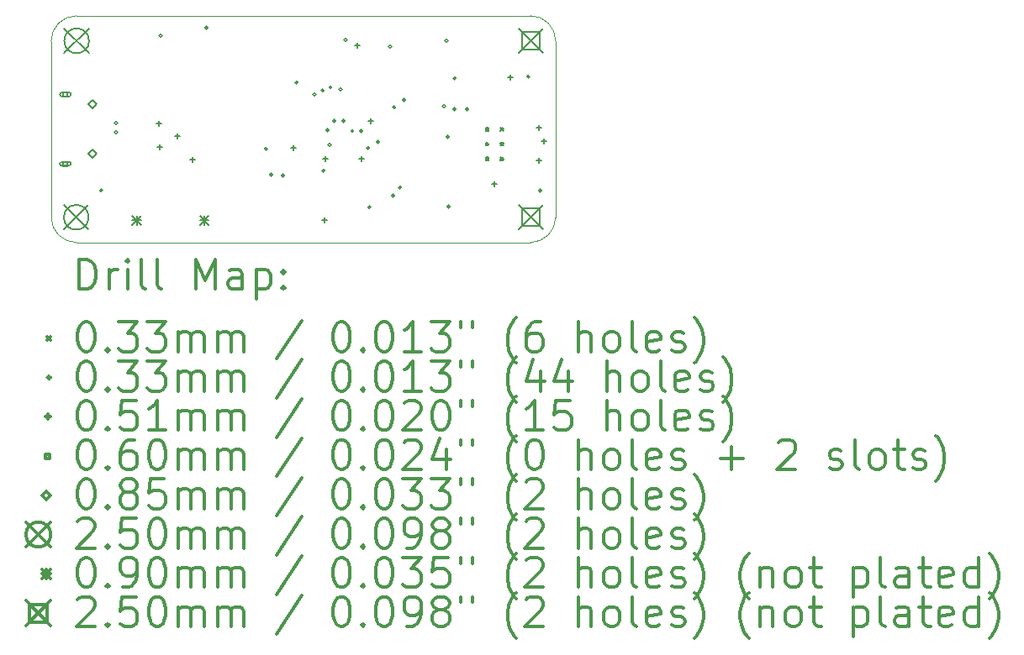
<source format=gbr>
%FSLAX45Y45*%
G04 Gerber Fmt 4.5, Leading zero omitted, Abs format (unit mm)*
G04 Created by KiCad (PCBNEW (5.0.0-rc2-dev-444-g2974a2c10)) date 10/20/19 18:48:16*
%MOMM*%
%LPD*%
G01*
G04 APERTURE LIST*
%ADD10C,0.100000*%
%ADD11C,0.200000*%
%ADD12C,0.300000*%
G04 APERTURE END LIST*
D10*
X9398000Y-9652000D02*
G75*
G02X9652000Y-9398000I254000J0D01*
G01*
X9652000Y-11684000D02*
G75*
G02X9398000Y-11430000I0J254000D01*
G01*
X14478000Y-11430000D02*
G75*
G02X14224000Y-11684000I-254000J0D01*
G01*
X14224000Y-9398000D02*
G75*
G02X14478000Y-9652000I0J-254000D01*
G01*
X9398000Y-11430000D02*
X9398000Y-9652000D01*
X14224000Y-11684000D02*
X9652000Y-11684000D01*
X14478000Y-9652000D02*
X14478000Y-11430000D01*
X9652000Y-9398000D02*
X14224000Y-9398000D01*
D11*
X13771996Y-10525218D02*
X13804996Y-10558218D01*
X13804996Y-10525218D02*
X13771996Y-10558218D01*
X13771996Y-10675218D02*
X13804996Y-10708218D01*
X13804996Y-10675218D02*
X13771996Y-10708218D01*
X13771996Y-10825218D02*
X13804996Y-10858218D01*
X13804996Y-10825218D02*
X13771996Y-10858218D01*
X13921996Y-10525218D02*
X13954996Y-10558218D01*
X13954996Y-10525218D02*
X13921996Y-10558218D01*
X13921996Y-10675218D02*
X13954996Y-10708218D01*
X13954996Y-10675218D02*
X13921996Y-10708218D01*
X13921996Y-10825218D02*
X13954996Y-10858218D01*
X13954996Y-10825218D02*
X13921996Y-10858218D01*
X9916510Y-11160000D02*
G75*
G03X9916510Y-11160000I-16510J0D01*
G01*
X10066510Y-10480000D02*
G75*
G03X10066510Y-10480000I-16510J0D01*
G01*
X10066510Y-10570000D02*
G75*
G03X10066510Y-10570000I-16510J0D01*
G01*
X10516510Y-9600000D02*
G75*
G03X10516510Y-9600000I-16510J0D01*
G01*
X10976510Y-9520000D02*
G75*
G03X10976510Y-9520000I-16510J0D01*
G01*
X11576510Y-10740000D02*
G75*
G03X11576510Y-10740000I-16510J0D01*
G01*
X11626510Y-11000000D02*
G75*
G03X11626510Y-11000000I-16510J0D01*
G01*
X11746510Y-11010000D02*
G75*
G03X11746510Y-11010000I-16510J0D01*
G01*
X11886510Y-10070000D02*
G75*
G03X11886510Y-10070000I-16510J0D01*
G01*
X12066510Y-10190000D02*
G75*
G03X12066510Y-10190000I-16510J0D01*
G01*
X12146510Y-10150000D02*
G75*
G03X12146510Y-10150000I-16510J0D01*
G01*
X12156510Y-10960000D02*
G75*
G03X12156510Y-10960000I-16510J0D01*
G01*
X12196510Y-10550000D02*
G75*
G03X12196510Y-10550000I-16510J0D01*
G01*
X12216510Y-10700000D02*
G75*
G03X12216510Y-10700000I-16510J0D01*
G01*
X12226510Y-10120000D02*
G75*
G03X12226510Y-10120000I-16510J0D01*
G01*
X12266510Y-10460000D02*
G75*
G03X12266510Y-10460000I-16510J0D01*
G01*
X12326510Y-10140000D02*
G75*
G03X12326510Y-10140000I-16510J0D01*
G01*
X12356510Y-10460000D02*
G75*
G03X12356510Y-10460000I-16510J0D01*
G01*
X12376510Y-9640000D02*
G75*
G03X12376510Y-9640000I-16510J0D01*
G01*
X12446510Y-10560000D02*
G75*
G03X12446510Y-10560000I-16510J0D01*
G01*
X12536510Y-10560000D02*
G75*
G03X12536510Y-10560000I-16510J0D01*
G01*
X12606510Y-10730000D02*
G75*
G03X12606510Y-10730000I-16510J0D01*
G01*
X12616510Y-11330000D02*
G75*
G03X12616510Y-11330000I-16510J0D01*
G01*
X12706510Y-10670000D02*
G75*
G03X12706510Y-10670000I-16510J0D01*
G01*
X12825510Y-9710000D02*
G75*
G03X12825510Y-9710000I-16510J0D01*
G01*
X12856510Y-11210000D02*
G75*
G03X12856510Y-11210000I-16510J0D01*
G01*
X12866510Y-10320000D02*
G75*
G03X12866510Y-10320000I-16510J0D01*
G01*
X12926510Y-11130000D02*
G75*
G03X12926510Y-11130000I-16510J0D01*
G01*
X12966510Y-10250000D02*
G75*
G03X12966510Y-10250000I-16510J0D01*
G01*
X13366510Y-10310000D02*
G75*
G03X13366510Y-10310000I-16510J0D01*
G01*
X13396510Y-9650000D02*
G75*
G03X13396510Y-9650000I-16510J0D01*
G01*
X13406510Y-10620000D02*
G75*
G03X13406510Y-10620000I-16510J0D01*
G01*
X13416510Y-11320000D02*
G75*
G03X13416510Y-11320000I-16510J0D01*
G01*
X13476510Y-10030000D02*
G75*
G03X13476510Y-10030000I-16510J0D01*
G01*
X13476510Y-10340000D02*
G75*
G03X13476510Y-10340000I-16510J0D01*
G01*
X13600006Y-10340390D02*
G75*
G03X13600006Y-10340390I-16510J0D01*
G01*
X13805006Y-10541718D02*
G75*
G03X13805006Y-10541718I-16510J0D01*
G01*
X13805006Y-10691718D02*
G75*
G03X13805006Y-10691718I-16510J0D01*
G01*
X13805006Y-10841718D02*
G75*
G03X13805006Y-10841718I-16510J0D01*
G01*
X13955006Y-10541718D02*
G75*
G03X13955006Y-10541718I-16510J0D01*
G01*
X13955006Y-10691718D02*
G75*
G03X13955006Y-10691718I-16510J0D01*
G01*
X13955006Y-10841718D02*
G75*
G03X13955006Y-10841718I-16510J0D01*
G01*
X14216510Y-10010000D02*
G75*
G03X14216510Y-10010000I-16510J0D01*
G01*
X14336510Y-11160000D02*
G75*
G03X14336510Y-11160000I-16510J0D01*
G01*
X10480000Y-10454600D02*
X10480000Y-10505400D01*
X10454600Y-10480000D02*
X10505400Y-10480000D01*
X10490000Y-10694600D02*
X10490000Y-10745400D01*
X10464600Y-10720000D02*
X10515400Y-10720000D01*
X10670000Y-10584600D02*
X10670000Y-10635400D01*
X10644600Y-10610000D02*
X10695400Y-10610000D01*
X10820000Y-10824600D02*
X10820000Y-10875400D01*
X10794600Y-10850000D02*
X10845400Y-10850000D01*
X11840000Y-10704600D02*
X11840000Y-10755400D01*
X11814600Y-10730000D02*
X11865400Y-10730000D01*
X12150000Y-11434600D02*
X12150000Y-11485400D01*
X12124600Y-11460000D02*
X12175400Y-11460000D01*
X12160000Y-10814600D02*
X12160000Y-10865400D01*
X12134600Y-10840000D02*
X12185400Y-10840000D01*
X12480000Y-9674600D02*
X12480000Y-9725400D01*
X12454600Y-9700000D02*
X12505400Y-9700000D01*
X12520000Y-10814600D02*
X12520000Y-10865400D01*
X12494600Y-10840000D02*
X12545400Y-10840000D01*
X12620000Y-10434600D02*
X12620000Y-10485400D01*
X12594600Y-10460000D02*
X12645400Y-10460000D01*
X13860000Y-11064600D02*
X13860000Y-11115400D01*
X13834600Y-11090000D02*
X13885400Y-11090000D01*
X14020000Y-9994600D02*
X14020000Y-10045400D01*
X13994600Y-10020000D02*
X14045400Y-10020000D01*
X14305782Y-10828818D02*
X14305782Y-10879618D01*
X14280382Y-10854218D02*
X14331182Y-10854218D01*
X14309218Y-10503818D02*
X14309218Y-10554618D01*
X14283818Y-10529218D02*
X14334618Y-10529218D01*
X14360000Y-10633818D02*
X14360000Y-10684618D01*
X14334600Y-10659218D02*
X14385400Y-10659218D01*
X9562013Y-10212213D02*
X9562013Y-10169787D01*
X9519587Y-10169787D01*
X9519587Y-10212213D01*
X9562013Y-10212213D01*
X9505800Y-10211000D02*
X9575800Y-10211000D01*
X9505800Y-10171000D02*
X9575800Y-10171000D01*
X9575800Y-10211000D02*
G75*
G03X9575800Y-10171000I0J20000D01*
G01*
X9505800Y-10171000D02*
G75*
G03X9505800Y-10211000I0J-20000D01*
G01*
X9562013Y-10912213D02*
X9562013Y-10869787D01*
X9519587Y-10869787D01*
X9519587Y-10912213D01*
X9562013Y-10912213D01*
X9575800Y-10871000D02*
X9505800Y-10871000D01*
X9575800Y-10911000D02*
X9505800Y-10911000D01*
X9505800Y-10871000D02*
G75*
G03X9505800Y-10911000I0J-20000D01*
G01*
X9575800Y-10911000D02*
G75*
G03X9575800Y-10871000I0J20000D01*
G01*
X9810800Y-10333500D02*
X9853300Y-10291000D01*
X9810800Y-10248500D01*
X9768300Y-10291000D01*
X9810800Y-10333500D01*
X9810800Y-10833500D02*
X9853300Y-10791000D01*
X9810800Y-10748500D01*
X9768300Y-10791000D01*
X9810800Y-10833500D01*
X9529000Y-9526000D02*
X9779000Y-9776000D01*
X9779000Y-9526000D02*
X9529000Y-9776000D01*
X9779000Y-9651000D02*
G75*
G03X9779000Y-9651000I-125000J0D01*
G01*
X9525000Y-11305000D02*
X9775000Y-11555000D01*
X9775000Y-11305000D02*
X9525000Y-11555000D01*
X9775000Y-11430000D02*
G75*
G03X9775000Y-11430000I-125000J0D01*
G01*
X10215000Y-11415000D02*
X10305000Y-11505000D01*
X10305000Y-11415000D02*
X10215000Y-11505000D01*
X10260000Y-11415000D02*
X10260000Y-11505000D01*
X10215000Y-11460000D02*
X10305000Y-11460000D01*
X10895000Y-11415000D02*
X10985000Y-11505000D01*
X10985000Y-11415000D02*
X10895000Y-11505000D01*
X10940000Y-11415000D02*
X10940000Y-11505000D01*
X10895000Y-11460000D02*
X10985000Y-11460000D01*
X14103000Y-11305000D02*
X14353000Y-11555000D01*
X14353000Y-11305000D02*
X14103000Y-11555000D01*
X14316389Y-11518389D02*
X14316389Y-11341611D01*
X14139611Y-11341611D01*
X14139611Y-11518389D01*
X14316389Y-11518389D01*
X14103000Y-9525000D02*
X14353000Y-9775000D01*
X14353000Y-9525000D02*
X14103000Y-9775000D01*
X14316389Y-9738389D02*
X14316389Y-9561611D01*
X14139611Y-9561611D01*
X14139611Y-9738389D01*
X14316389Y-9738389D01*
D12*
X9679428Y-12154714D02*
X9679428Y-11854714D01*
X9750857Y-11854714D01*
X9793714Y-11869000D01*
X9822286Y-11897571D01*
X9836571Y-11926143D01*
X9850857Y-11983286D01*
X9850857Y-12026143D01*
X9836571Y-12083286D01*
X9822286Y-12111857D01*
X9793714Y-12140429D01*
X9750857Y-12154714D01*
X9679428Y-12154714D01*
X9979428Y-12154714D02*
X9979428Y-11954714D01*
X9979428Y-12011857D02*
X9993714Y-11983286D01*
X10008000Y-11969000D01*
X10036571Y-11954714D01*
X10065143Y-11954714D01*
X10165143Y-12154714D02*
X10165143Y-11954714D01*
X10165143Y-11854714D02*
X10150857Y-11869000D01*
X10165143Y-11883286D01*
X10179428Y-11869000D01*
X10165143Y-11854714D01*
X10165143Y-11883286D01*
X10350857Y-12154714D02*
X10322286Y-12140429D01*
X10308000Y-12111857D01*
X10308000Y-11854714D01*
X10508000Y-12154714D02*
X10479428Y-12140429D01*
X10465143Y-12111857D01*
X10465143Y-11854714D01*
X10850857Y-12154714D02*
X10850857Y-11854714D01*
X10950857Y-12069000D01*
X11050857Y-11854714D01*
X11050857Y-12154714D01*
X11322286Y-12154714D02*
X11322286Y-11997571D01*
X11308000Y-11969000D01*
X11279428Y-11954714D01*
X11222286Y-11954714D01*
X11193714Y-11969000D01*
X11322286Y-12140429D02*
X11293714Y-12154714D01*
X11222286Y-12154714D01*
X11193714Y-12140429D01*
X11179428Y-12111857D01*
X11179428Y-12083286D01*
X11193714Y-12054714D01*
X11222286Y-12040429D01*
X11293714Y-12040429D01*
X11322286Y-12026143D01*
X11465143Y-11954714D02*
X11465143Y-12254714D01*
X11465143Y-11969000D02*
X11493714Y-11954714D01*
X11550857Y-11954714D01*
X11579428Y-11969000D01*
X11593714Y-11983286D01*
X11608000Y-12011857D01*
X11608000Y-12097571D01*
X11593714Y-12126143D01*
X11579428Y-12140429D01*
X11550857Y-12154714D01*
X11493714Y-12154714D01*
X11465143Y-12140429D01*
X11736571Y-12126143D02*
X11750857Y-12140429D01*
X11736571Y-12154714D01*
X11722286Y-12140429D01*
X11736571Y-12126143D01*
X11736571Y-12154714D01*
X11736571Y-11969000D02*
X11750857Y-11983286D01*
X11736571Y-11997571D01*
X11722286Y-11983286D01*
X11736571Y-11969000D01*
X11736571Y-11997571D01*
X9360000Y-12632500D02*
X9393000Y-12665500D01*
X9393000Y-12632500D02*
X9360000Y-12665500D01*
X9736571Y-12484714D02*
X9765143Y-12484714D01*
X9793714Y-12499000D01*
X9808000Y-12513286D01*
X9822286Y-12541857D01*
X9836571Y-12599000D01*
X9836571Y-12670429D01*
X9822286Y-12727571D01*
X9808000Y-12756143D01*
X9793714Y-12770429D01*
X9765143Y-12784714D01*
X9736571Y-12784714D01*
X9708000Y-12770429D01*
X9693714Y-12756143D01*
X9679428Y-12727571D01*
X9665143Y-12670429D01*
X9665143Y-12599000D01*
X9679428Y-12541857D01*
X9693714Y-12513286D01*
X9708000Y-12499000D01*
X9736571Y-12484714D01*
X9965143Y-12756143D02*
X9979428Y-12770429D01*
X9965143Y-12784714D01*
X9950857Y-12770429D01*
X9965143Y-12756143D01*
X9965143Y-12784714D01*
X10079428Y-12484714D02*
X10265143Y-12484714D01*
X10165143Y-12599000D01*
X10208000Y-12599000D01*
X10236571Y-12613286D01*
X10250857Y-12627571D01*
X10265143Y-12656143D01*
X10265143Y-12727571D01*
X10250857Y-12756143D01*
X10236571Y-12770429D01*
X10208000Y-12784714D01*
X10122286Y-12784714D01*
X10093714Y-12770429D01*
X10079428Y-12756143D01*
X10365143Y-12484714D02*
X10550857Y-12484714D01*
X10450857Y-12599000D01*
X10493714Y-12599000D01*
X10522286Y-12613286D01*
X10536571Y-12627571D01*
X10550857Y-12656143D01*
X10550857Y-12727571D01*
X10536571Y-12756143D01*
X10522286Y-12770429D01*
X10493714Y-12784714D01*
X10408000Y-12784714D01*
X10379428Y-12770429D01*
X10365143Y-12756143D01*
X10679428Y-12784714D02*
X10679428Y-12584714D01*
X10679428Y-12613286D02*
X10693714Y-12599000D01*
X10722286Y-12584714D01*
X10765143Y-12584714D01*
X10793714Y-12599000D01*
X10808000Y-12627571D01*
X10808000Y-12784714D01*
X10808000Y-12627571D02*
X10822286Y-12599000D01*
X10850857Y-12584714D01*
X10893714Y-12584714D01*
X10922286Y-12599000D01*
X10936571Y-12627571D01*
X10936571Y-12784714D01*
X11079428Y-12784714D02*
X11079428Y-12584714D01*
X11079428Y-12613286D02*
X11093714Y-12599000D01*
X11122286Y-12584714D01*
X11165143Y-12584714D01*
X11193714Y-12599000D01*
X11208000Y-12627571D01*
X11208000Y-12784714D01*
X11208000Y-12627571D02*
X11222286Y-12599000D01*
X11250857Y-12584714D01*
X11293714Y-12584714D01*
X11322286Y-12599000D01*
X11336571Y-12627571D01*
X11336571Y-12784714D01*
X11922286Y-12470429D02*
X11665143Y-12856143D01*
X12308000Y-12484714D02*
X12336571Y-12484714D01*
X12365143Y-12499000D01*
X12379428Y-12513286D01*
X12393714Y-12541857D01*
X12408000Y-12599000D01*
X12408000Y-12670429D01*
X12393714Y-12727571D01*
X12379428Y-12756143D01*
X12365143Y-12770429D01*
X12336571Y-12784714D01*
X12308000Y-12784714D01*
X12279428Y-12770429D01*
X12265143Y-12756143D01*
X12250857Y-12727571D01*
X12236571Y-12670429D01*
X12236571Y-12599000D01*
X12250857Y-12541857D01*
X12265143Y-12513286D01*
X12279428Y-12499000D01*
X12308000Y-12484714D01*
X12536571Y-12756143D02*
X12550857Y-12770429D01*
X12536571Y-12784714D01*
X12522286Y-12770429D01*
X12536571Y-12756143D01*
X12536571Y-12784714D01*
X12736571Y-12484714D02*
X12765143Y-12484714D01*
X12793714Y-12499000D01*
X12808000Y-12513286D01*
X12822286Y-12541857D01*
X12836571Y-12599000D01*
X12836571Y-12670429D01*
X12822286Y-12727571D01*
X12808000Y-12756143D01*
X12793714Y-12770429D01*
X12765143Y-12784714D01*
X12736571Y-12784714D01*
X12708000Y-12770429D01*
X12693714Y-12756143D01*
X12679428Y-12727571D01*
X12665143Y-12670429D01*
X12665143Y-12599000D01*
X12679428Y-12541857D01*
X12693714Y-12513286D01*
X12708000Y-12499000D01*
X12736571Y-12484714D01*
X13122286Y-12784714D02*
X12950857Y-12784714D01*
X13036571Y-12784714D02*
X13036571Y-12484714D01*
X13008000Y-12527571D01*
X12979428Y-12556143D01*
X12950857Y-12570429D01*
X13222286Y-12484714D02*
X13408000Y-12484714D01*
X13308000Y-12599000D01*
X13350857Y-12599000D01*
X13379428Y-12613286D01*
X13393714Y-12627571D01*
X13408000Y-12656143D01*
X13408000Y-12727571D01*
X13393714Y-12756143D01*
X13379428Y-12770429D01*
X13350857Y-12784714D01*
X13265143Y-12784714D01*
X13236571Y-12770429D01*
X13222286Y-12756143D01*
X13522286Y-12484714D02*
X13522286Y-12541857D01*
X13636571Y-12484714D02*
X13636571Y-12541857D01*
X14079428Y-12899000D02*
X14065143Y-12884714D01*
X14036571Y-12841857D01*
X14022286Y-12813286D01*
X14008000Y-12770429D01*
X13993714Y-12699000D01*
X13993714Y-12641857D01*
X14008000Y-12570429D01*
X14022286Y-12527571D01*
X14036571Y-12499000D01*
X14065143Y-12456143D01*
X14079428Y-12441857D01*
X14322286Y-12484714D02*
X14265143Y-12484714D01*
X14236571Y-12499000D01*
X14222286Y-12513286D01*
X14193714Y-12556143D01*
X14179428Y-12613286D01*
X14179428Y-12727571D01*
X14193714Y-12756143D01*
X14208000Y-12770429D01*
X14236571Y-12784714D01*
X14293714Y-12784714D01*
X14322286Y-12770429D01*
X14336571Y-12756143D01*
X14350857Y-12727571D01*
X14350857Y-12656143D01*
X14336571Y-12627571D01*
X14322286Y-12613286D01*
X14293714Y-12599000D01*
X14236571Y-12599000D01*
X14208000Y-12613286D01*
X14193714Y-12627571D01*
X14179428Y-12656143D01*
X14708000Y-12784714D02*
X14708000Y-12484714D01*
X14836571Y-12784714D02*
X14836571Y-12627571D01*
X14822286Y-12599000D01*
X14793714Y-12584714D01*
X14750857Y-12584714D01*
X14722286Y-12599000D01*
X14708000Y-12613286D01*
X15022286Y-12784714D02*
X14993714Y-12770429D01*
X14979428Y-12756143D01*
X14965143Y-12727571D01*
X14965143Y-12641857D01*
X14979428Y-12613286D01*
X14993714Y-12599000D01*
X15022286Y-12584714D01*
X15065143Y-12584714D01*
X15093714Y-12599000D01*
X15108000Y-12613286D01*
X15122286Y-12641857D01*
X15122286Y-12727571D01*
X15108000Y-12756143D01*
X15093714Y-12770429D01*
X15065143Y-12784714D01*
X15022286Y-12784714D01*
X15293714Y-12784714D02*
X15265143Y-12770429D01*
X15250857Y-12741857D01*
X15250857Y-12484714D01*
X15522286Y-12770429D02*
X15493714Y-12784714D01*
X15436571Y-12784714D01*
X15408000Y-12770429D01*
X15393714Y-12741857D01*
X15393714Y-12627571D01*
X15408000Y-12599000D01*
X15436571Y-12584714D01*
X15493714Y-12584714D01*
X15522286Y-12599000D01*
X15536571Y-12627571D01*
X15536571Y-12656143D01*
X15393714Y-12684714D01*
X15650857Y-12770429D02*
X15679428Y-12784714D01*
X15736571Y-12784714D01*
X15765143Y-12770429D01*
X15779428Y-12741857D01*
X15779428Y-12727571D01*
X15765143Y-12699000D01*
X15736571Y-12684714D01*
X15693714Y-12684714D01*
X15665143Y-12670429D01*
X15650857Y-12641857D01*
X15650857Y-12627571D01*
X15665143Y-12599000D01*
X15693714Y-12584714D01*
X15736571Y-12584714D01*
X15765143Y-12599000D01*
X15879428Y-12899000D02*
X15893714Y-12884714D01*
X15922286Y-12841857D01*
X15936571Y-12813286D01*
X15950857Y-12770429D01*
X15965143Y-12699000D01*
X15965143Y-12641857D01*
X15950857Y-12570429D01*
X15936571Y-12527571D01*
X15922286Y-12499000D01*
X15893714Y-12456143D01*
X15879428Y-12441857D01*
X9393000Y-13045000D02*
G75*
G03X9393000Y-13045000I-16510J0D01*
G01*
X9736571Y-12880714D02*
X9765143Y-12880714D01*
X9793714Y-12895000D01*
X9808000Y-12909286D01*
X9822286Y-12937857D01*
X9836571Y-12995000D01*
X9836571Y-13066429D01*
X9822286Y-13123571D01*
X9808000Y-13152143D01*
X9793714Y-13166429D01*
X9765143Y-13180714D01*
X9736571Y-13180714D01*
X9708000Y-13166429D01*
X9693714Y-13152143D01*
X9679428Y-13123571D01*
X9665143Y-13066429D01*
X9665143Y-12995000D01*
X9679428Y-12937857D01*
X9693714Y-12909286D01*
X9708000Y-12895000D01*
X9736571Y-12880714D01*
X9965143Y-13152143D02*
X9979428Y-13166429D01*
X9965143Y-13180714D01*
X9950857Y-13166429D01*
X9965143Y-13152143D01*
X9965143Y-13180714D01*
X10079428Y-12880714D02*
X10265143Y-12880714D01*
X10165143Y-12995000D01*
X10208000Y-12995000D01*
X10236571Y-13009286D01*
X10250857Y-13023571D01*
X10265143Y-13052143D01*
X10265143Y-13123571D01*
X10250857Y-13152143D01*
X10236571Y-13166429D01*
X10208000Y-13180714D01*
X10122286Y-13180714D01*
X10093714Y-13166429D01*
X10079428Y-13152143D01*
X10365143Y-12880714D02*
X10550857Y-12880714D01*
X10450857Y-12995000D01*
X10493714Y-12995000D01*
X10522286Y-13009286D01*
X10536571Y-13023571D01*
X10550857Y-13052143D01*
X10550857Y-13123571D01*
X10536571Y-13152143D01*
X10522286Y-13166429D01*
X10493714Y-13180714D01*
X10408000Y-13180714D01*
X10379428Y-13166429D01*
X10365143Y-13152143D01*
X10679428Y-13180714D02*
X10679428Y-12980714D01*
X10679428Y-13009286D02*
X10693714Y-12995000D01*
X10722286Y-12980714D01*
X10765143Y-12980714D01*
X10793714Y-12995000D01*
X10808000Y-13023571D01*
X10808000Y-13180714D01*
X10808000Y-13023571D02*
X10822286Y-12995000D01*
X10850857Y-12980714D01*
X10893714Y-12980714D01*
X10922286Y-12995000D01*
X10936571Y-13023571D01*
X10936571Y-13180714D01*
X11079428Y-13180714D02*
X11079428Y-12980714D01*
X11079428Y-13009286D02*
X11093714Y-12995000D01*
X11122286Y-12980714D01*
X11165143Y-12980714D01*
X11193714Y-12995000D01*
X11208000Y-13023571D01*
X11208000Y-13180714D01*
X11208000Y-13023571D02*
X11222286Y-12995000D01*
X11250857Y-12980714D01*
X11293714Y-12980714D01*
X11322286Y-12995000D01*
X11336571Y-13023571D01*
X11336571Y-13180714D01*
X11922286Y-12866429D02*
X11665143Y-13252143D01*
X12308000Y-12880714D02*
X12336571Y-12880714D01*
X12365143Y-12895000D01*
X12379428Y-12909286D01*
X12393714Y-12937857D01*
X12408000Y-12995000D01*
X12408000Y-13066429D01*
X12393714Y-13123571D01*
X12379428Y-13152143D01*
X12365143Y-13166429D01*
X12336571Y-13180714D01*
X12308000Y-13180714D01*
X12279428Y-13166429D01*
X12265143Y-13152143D01*
X12250857Y-13123571D01*
X12236571Y-13066429D01*
X12236571Y-12995000D01*
X12250857Y-12937857D01*
X12265143Y-12909286D01*
X12279428Y-12895000D01*
X12308000Y-12880714D01*
X12536571Y-13152143D02*
X12550857Y-13166429D01*
X12536571Y-13180714D01*
X12522286Y-13166429D01*
X12536571Y-13152143D01*
X12536571Y-13180714D01*
X12736571Y-12880714D02*
X12765143Y-12880714D01*
X12793714Y-12895000D01*
X12808000Y-12909286D01*
X12822286Y-12937857D01*
X12836571Y-12995000D01*
X12836571Y-13066429D01*
X12822286Y-13123571D01*
X12808000Y-13152143D01*
X12793714Y-13166429D01*
X12765143Y-13180714D01*
X12736571Y-13180714D01*
X12708000Y-13166429D01*
X12693714Y-13152143D01*
X12679428Y-13123571D01*
X12665143Y-13066429D01*
X12665143Y-12995000D01*
X12679428Y-12937857D01*
X12693714Y-12909286D01*
X12708000Y-12895000D01*
X12736571Y-12880714D01*
X13122286Y-13180714D02*
X12950857Y-13180714D01*
X13036571Y-13180714D02*
X13036571Y-12880714D01*
X13008000Y-12923571D01*
X12979428Y-12952143D01*
X12950857Y-12966429D01*
X13222286Y-12880714D02*
X13408000Y-12880714D01*
X13308000Y-12995000D01*
X13350857Y-12995000D01*
X13379428Y-13009286D01*
X13393714Y-13023571D01*
X13408000Y-13052143D01*
X13408000Y-13123571D01*
X13393714Y-13152143D01*
X13379428Y-13166429D01*
X13350857Y-13180714D01*
X13265143Y-13180714D01*
X13236571Y-13166429D01*
X13222286Y-13152143D01*
X13522286Y-12880714D02*
X13522286Y-12937857D01*
X13636571Y-12880714D02*
X13636571Y-12937857D01*
X14079428Y-13295000D02*
X14065143Y-13280714D01*
X14036571Y-13237857D01*
X14022286Y-13209286D01*
X14008000Y-13166429D01*
X13993714Y-13095000D01*
X13993714Y-13037857D01*
X14008000Y-12966429D01*
X14022286Y-12923571D01*
X14036571Y-12895000D01*
X14065143Y-12852143D01*
X14079428Y-12837857D01*
X14322286Y-12980714D02*
X14322286Y-13180714D01*
X14250857Y-12866429D02*
X14179428Y-13080714D01*
X14365143Y-13080714D01*
X14608000Y-12980714D02*
X14608000Y-13180714D01*
X14536571Y-12866429D02*
X14465143Y-13080714D01*
X14650857Y-13080714D01*
X14993714Y-13180714D02*
X14993714Y-12880714D01*
X15122286Y-13180714D02*
X15122286Y-13023571D01*
X15108000Y-12995000D01*
X15079428Y-12980714D01*
X15036571Y-12980714D01*
X15008000Y-12995000D01*
X14993714Y-13009286D01*
X15308000Y-13180714D02*
X15279428Y-13166429D01*
X15265143Y-13152143D01*
X15250857Y-13123571D01*
X15250857Y-13037857D01*
X15265143Y-13009286D01*
X15279428Y-12995000D01*
X15308000Y-12980714D01*
X15350857Y-12980714D01*
X15379428Y-12995000D01*
X15393714Y-13009286D01*
X15408000Y-13037857D01*
X15408000Y-13123571D01*
X15393714Y-13152143D01*
X15379428Y-13166429D01*
X15350857Y-13180714D01*
X15308000Y-13180714D01*
X15579428Y-13180714D02*
X15550857Y-13166429D01*
X15536571Y-13137857D01*
X15536571Y-12880714D01*
X15808000Y-13166429D02*
X15779428Y-13180714D01*
X15722286Y-13180714D01*
X15693714Y-13166429D01*
X15679428Y-13137857D01*
X15679428Y-13023571D01*
X15693714Y-12995000D01*
X15722286Y-12980714D01*
X15779428Y-12980714D01*
X15808000Y-12995000D01*
X15822286Y-13023571D01*
X15822286Y-13052143D01*
X15679428Y-13080714D01*
X15936571Y-13166429D02*
X15965143Y-13180714D01*
X16022286Y-13180714D01*
X16050857Y-13166429D01*
X16065143Y-13137857D01*
X16065143Y-13123571D01*
X16050857Y-13095000D01*
X16022286Y-13080714D01*
X15979428Y-13080714D01*
X15950857Y-13066429D01*
X15936571Y-13037857D01*
X15936571Y-13023571D01*
X15950857Y-12995000D01*
X15979428Y-12980714D01*
X16022286Y-12980714D01*
X16050857Y-12995000D01*
X16165143Y-13295000D02*
X16179428Y-13280714D01*
X16208000Y-13237857D01*
X16222286Y-13209286D01*
X16236571Y-13166429D01*
X16250857Y-13095000D01*
X16250857Y-13037857D01*
X16236571Y-12966429D01*
X16222286Y-12923571D01*
X16208000Y-12895000D01*
X16179428Y-12852143D01*
X16165143Y-12837857D01*
X9367600Y-13415600D02*
X9367600Y-13466400D01*
X9342200Y-13441000D02*
X9393000Y-13441000D01*
X9736571Y-13276714D02*
X9765143Y-13276714D01*
X9793714Y-13291000D01*
X9808000Y-13305286D01*
X9822286Y-13333857D01*
X9836571Y-13391000D01*
X9836571Y-13462429D01*
X9822286Y-13519571D01*
X9808000Y-13548143D01*
X9793714Y-13562429D01*
X9765143Y-13576714D01*
X9736571Y-13576714D01*
X9708000Y-13562429D01*
X9693714Y-13548143D01*
X9679428Y-13519571D01*
X9665143Y-13462429D01*
X9665143Y-13391000D01*
X9679428Y-13333857D01*
X9693714Y-13305286D01*
X9708000Y-13291000D01*
X9736571Y-13276714D01*
X9965143Y-13548143D02*
X9979428Y-13562429D01*
X9965143Y-13576714D01*
X9950857Y-13562429D01*
X9965143Y-13548143D01*
X9965143Y-13576714D01*
X10250857Y-13276714D02*
X10108000Y-13276714D01*
X10093714Y-13419571D01*
X10108000Y-13405286D01*
X10136571Y-13391000D01*
X10208000Y-13391000D01*
X10236571Y-13405286D01*
X10250857Y-13419571D01*
X10265143Y-13448143D01*
X10265143Y-13519571D01*
X10250857Y-13548143D01*
X10236571Y-13562429D01*
X10208000Y-13576714D01*
X10136571Y-13576714D01*
X10108000Y-13562429D01*
X10093714Y-13548143D01*
X10550857Y-13576714D02*
X10379428Y-13576714D01*
X10465143Y-13576714D02*
X10465143Y-13276714D01*
X10436571Y-13319571D01*
X10408000Y-13348143D01*
X10379428Y-13362429D01*
X10679428Y-13576714D02*
X10679428Y-13376714D01*
X10679428Y-13405286D02*
X10693714Y-13391000D01*
X10722286Y-13376714D01*
X10765143Y-13376714D01*
X10793714Y-13391000D01*
X10808000Y-13419571D01*
X10808000Y-13576714D01*
X10808000Y-13419571D02*
X10822286Y-13391000D01*
X10850857Y-13376714D01*
X10893714Y-13376714D01*
X10922286Y-13391000D01*
X10936571Y-13419571D01*
X10936571Y-13576714D01*
X11079428Y-13576714D02*
X11079428Y-13376714D01*
X11079428Y-13405286D02*
X11093714Y-13391000D01*
X11122286Y-13376714D01*
X11165143Y-13376714D01*
X11193714Y-13391000D01*
X11208000Y-13419571D01*
X11208000Y-13576714D01*
X11208000Y-13419571D02*
X11222286Y-13391000D01*
X11250857Y-13376714D01*
X11293714Y-13376714D01*
X11322286Y-13391000D01*
X11336571Y-13419571D01*
X11336571Y-13576714D01*
X11922286Y-13262429D02*
X11665143Y-13648143D01*
X12308000Y-13276714D02*
X12336571Y-13276714D01*
X12365143Y-13291000D01*
X12379428Y-13305286D01*
X12393714Y-13333857D01*
X12408000Y-13391000D01*
X12408000Y-13462429D01*
X12393714Y-13519571D01*
X12379428Y-13548143D01*
X12365143Y-13562429D01*
X12336571Y-13576714D01*
X12308000Y-13576714D01*
X12279428Y-13562429D01*
X12265143Y-13548143D01*
X12250857Y-13519571D01*
X12236571Y-13462429D01*
X12236571Y-13391000D01*
X12250857Y-13333857D01*
X12265143Y-13305286D01*
X12279428Y-13291000D01*
X12308000Y-13276714D01*
X12536571Y-13548143D02*
X12550857Y-13562429D01*
X12536571Y-13576714D01*
X12522286Y-13562429D01*
X12536571Y-13548143D01*
X12536571Y-13576714D01*
X12736571Y-13276714D02*
X12765143Y-13276714D01*
X12793714Y-13291000D01*
X12808000Y-13305286D01*
X12822286Y-13333857D01*
X12836571Y-13391000D01*
X12836571Y-13462429D01*
X12822286Y-13519571D01*
X12808000Y-13548143D01*
X12793714Y-13562429D01*
X12765143Y-13576714D01*
X12736571Y-13576714D01*
X12708000Y-13562429D01*
X12693714Y-13548143D01*
X12679428Y-13519571D01*
X12665143Y-13462429D01*
X12665143Y-13391000D01*
X12679428Y-13333857D01*
X12693714Y-13305286D01*
X12708000Y-13291000D01*
X12736571Y-13276714D01*
X12950857Y-13305286D02*
X12965143Y-13291000D01*
X12993714Y-13276714D01*
X13065143Y-13276714D01*
X13093714Y-13291000D01*
X13108000Y-13305286D01*
X13122286Y-13333857D01*
X13122286Y-13362429D01*
X13108000Y-13405286D01*
X12936571Y-13576714D01*
X13122286Y-13576714D01*
X13308000Y-13276714D02*
X13336571Y-13276714D01*
X13365143Y-13291000D01*
X13379428Y-13305286D01*
X13393714Y-13333857D01*
X13408000Y-13391000D01*
X13408000Y-13462429D01*
X13393714Y-13519571D01*
X13379428Y-13548143D01*
X13365143Y-13562429D01*
X13336571Y-13576714D01*
X13308000Y-13576714D01*
X13279428Y-13562429D01*
X13265143Y-13548143D01*
X13250857Y-13519571D01*
X13236571Y-13462429D01*
X13236571Y-13391000D01*
X13250857Y-13333857D01*
X13265143Y-13305286D01*
X13279428Y-13291000D01*
X13308000Y-13276714D01*
X13522286Y-13276714D02*
X13522286Y-13333857D01*
X13636571Y-13276714D02*
X13636571Y-13333857D01*
X14079428Y-13691000D02*
X14065143Y-13676714D01*
X14036571Y-13633857D01*
X14022286Y-13605286D01*
X14008000Y-13562429D01*
X13993714Y-13491000D01*
X13993714Y-13433857D01*
X14008000Y-13362429D01*
X14022286Y-13319571D01*
X14036571Y-13291000D01*
X14065143Y-13248143D01*
X14079428Y-13233857D01*
X14350857Y-13576714D02*
X14179428Y-13576714D01*
X14265143Y-13576714D02*
X14265143Y-13276714D01*
X14236571Y-13319571D01*
X14208000Y-13348143D01*
X14179428Y-13362429D01*
X14622286Y-13276714D02*
X14479428Y-13276714D01*
X14465143Y-13419571D01*
X14479428Y-13405286D01*
X14508000Y-13391000D01*
X14579428Y-13391000D01*
X14608000Y-13405286D01*
X14622286Y-13419571D01*
X14636571Y-13448143D01*
X14636571Y-13519571D01*
X14622286Y-13548143D01*
X14608000Y-13562429D01*
X14579428Y-13576714D01*
X14508000Y-13576714D01*
X14479428Y-13562429D01*
X14465143Y-13548143D01*
X14993714Y-13576714D02*
X14993714Y-13276714D01*
X15122286Y-13576714D02*
X15122286Y-13419571D01*
X15108000Y-13391000D01*
X15079428Y-13376714D01*
X15036571Y-13376714D01*
X15008000Y-13391000D01*
X14993714Y-13405286D01*
X15308000Y-13576714D02*
X15279428Y-13562429D01*
X15265143Y-13548143D01*
X15250857Y-13519571D01*
X15250857Y-13433857D01*
X15265143Y-13405286D01*
X15279428Y-13391000D01*
X15308000Y-13376714D01*
X15350857Y-13376714D01*
X15379428Y-13391000D01*
X15393714Y-13405286D01*
X15408000Y-13433857D01*
X15408000Y-13519571D01*
X15393714Y-13548143D01*
X15379428Y-13562429D01*
X15350857Y-13576714D01*
X15308000Y-13576714D01*
X15579428Y-13576714D02*
X15550857Y-13562429D01*
X15536571Y-13533857D01*
X15536571Y-13276714D01*
X15808000Y-13562429D02*
X15779428Y-13576714D01*
X15722286Y-13576714D01*
X15693714Y-13562429D01*
X15679428Y-13533857D01*
X15679428Y-13419571D01*
X15693714Y-13391000D01*
X15722286Y-13376714D01*
X15779428Y-13376714D01*
X15808000Y-13391000D01*
X15822286Y-13419571D01*
X15822286Y-13448143D01*
X15679428Y-13476714D01*
X15936571Y-13562429D02*
X15965143Y-13576714D01*
X16022286Y-13576714D01*
X16050857Y-13562429D01*
X16065143Y-13533857D01*
X16065143Y-13519571D01*
X16050857Y-13491000D01*
X16022286Y-13476714D01*
X15979428Y-13476714D01*
X15950857Y-13462429D01*
X15936571Y-13433857D01*
X15936571Y-13419571D01*
X15950857Y-13391000D01*
X15979428Y-13376714D01*
X16022286Y-13376714D01*
X16050857Y-13391000D01*
X16165143Y-13691000D02*
X16179428Y-13676714D01*
X16208000Y-13633857D01*
X16222286Y-13605286D01*
X16236571Y-13562429D01*
X16250857Y-13491000D01*
X16250857Y-13433857D01*
X16236571Y-13362429D01*
X16222286Y-13319571D01*
X16208000Y-13291000D01*
X16179428Y-13248143D01*
X16165143Y-13233857D01*
X9384213Y-13858213D02*
X9384213Y-13815787D01*
X9341787Y-13815787D01*
X9341787Y-13858213D01*
X9384213Y-13858213D01*
X9736571Y-13672714D02*
X9765143Y-13672714D01*
X9793714Y-13687000D01*
X9808000Y-13701286D01*
X9822286Y-13729857D01*
X9836571Y-13787000D01*
X9836571Y-13858429D01*
X9822286Y-13915571D01*
X9808000Y-13944143D01*
X9793714Y-13958429D01*
X9765143Y-13972714D01*
X9736571Y-13972714D01*
X9708000Y-13958429D01*
X9693714Y-13944143D01*
X9679428Y-13915571D01*
X9665143Y-13858429D01*
X9665143Y-13787000D01*
X9679428Y-13729857D01*
X9693714Y-13701286D01*
X9708000Y-13687000D01*
X9736571Y-13672714D01*
X9965143Y-13944143D02*
X9979428Y-13958429D01*
X9965143Y-13972714D01*
X9950857Y-13958429D01*
X9965143Y-13944143D01*
X9965143Y-13972714D01*
X10236571Y-13672714D02*
X10179428Y-13672714D01*
X10150857Y-13687000D01*
X10136571Y-13701286D01*
X10108000Y-13744143D01*
X10093714Y-13801286D01*
X10093714Y-13915571D01*
X10108000Y-13944143D01*
X10122286Y-13958429D01*
X10150857Y-13972714D01*
X10208000Y-13972714D01*
X10236571Y-13958429D01*
X10250857Y-13944143D01*
X10265143Y-13915571D01*
X10265143Y-13844143D01*
X10250857Y-13815571D01*
X10236571Y-13801286D01*
X10208000Y-13787000D01*
X10150857Y-13787000D01*
X10122286Y-13801286D01*
X10108000Y-13815571D01*
X10093714Y-13844143D01*
X10450857Y-13672714D02*
X10479428Y-13672714D01*
X10508000Y-13687000D01*
X10522286Y-13701286D01*
X10536571Y-13729857D01*
X10550857Y-13787000D01*
X10550857Y-13858429D01*
X10536571Y-13915571D01*
X10522286Y-13944143D01*
X10508000Y-13958429D01*
X10479428Y-13972714D01*
X10450857Y-13972714D01*
X10422286Y-13958429D01*
X10408000Y-13944143D01*
X10393714Y-13915571D01*
X10379428Y-13858429D01*
X10379428Y-13787000D01*
X10393714Y-13729857D01*
X10408000Y-13701286D01*
X10422286Y-13687000D01*
X10450857Y-13672714D01*
X10679428Y-13972714D02*
X10679428Y-13772714D01*
X10679428Y-13801286D02*
X10693714Y-13787000D01*
X10722286Y-13772714D01*
X10765143Y-13772714D01*
X10793714Y-13787000D01*
X10808000Y-13815571D01*
X10808000Y-13972714D01*
X10808000Y-13815571D02*
X10822286Y-13787000D01*
X10850857Y-13772714D01*
X10893714Y-13772714D01*
X10922286Y-13787000D01*
X10936571Y-13815571D01*
X10936571Y-13972714D01*
X11079428Y-13972714D02*
X11079428Y-13772714D01*
X11079428Y-13801286D02*
X11093714Y-13787000D01*
X11122286Y-13772714D01*
X11165143Y-13772714D01*
X11193714Y-13787000D01*
X11208000Y-13815571D01*
X11208000Y-13972714D01*
X11208000Y-13815571D02*
X11222286Y-13787000D01*
X11250857Y-13772714D01*
X11293714Y-13772714D01*
X11322286Y-13787000D01*
X11336571Y-13815571D01*
X11336571Y-13972714D01*
X11922286Y-13658429D02*
X11665143Y-14044143D01*
X12308000Y-13672714D02*
X12336571Y-13672714D01*
X12365143Y-13687000D01*
X12379428Y-13701286D01*
X12393714Y-13729857D01*
X12408000Y-13787000D01*
X12408000Y-13858429D01*
X12393714Y-13915571D01*
X12379428Y-13944143D01*
X12365143Y-13958429D01*
X12336571Y-13972714D01*
X12308000Y-13972714D01*
X12279428Y-13958429D01*
X12265143Y-13944143D01*
X12250857Y-13915571D01*
X12236571Y-13858429D01*
X12236571Y-13787000D01*
X12250857Y-13729857D01*
X12265143Y-13701286D01*
X12279428Y-13687000D01*
X12308000Y-13672714D01*
X12536571Y-13944143D02*
X12550857Y-13958429D01*
X12536571Y-13972714D01*
X12522286Y-13958429D01*
X12536571Y-13944143D01*
X12536571Y-13972714D01*
X12736571Y-13672714D02*
X12765143Y-13672714D01*
X12793714Y-13687000D01*
X12808000Y-13701286D01*
X12822286Y-13729857D01*
X12836571Y-13787000D01*
X12836571Y-13858429D01*
X12822286Y-13915571D01*
X12808000Y-13944143D01*
X12793714Y-13958429D01*
X12765143Y-13972714D01*
X12736571Y-13972714D01*
X12708000Y-13958429D01*
X12693714Y-13944143D01*
X12679428Y-13915571D01*
X12665143Y-13858429D01*
X12665143Y-13787000D01*
X12679428Y-13729857D01*
X12693714Y-13701286D01*
X12708000Y-13687000D01*
X12736571Y-13672714D01*
X12950857Y-13701286D02*
X12965143Y-13687000D01*
X12993714Y-13672714D01*
X13065143Y-13672714D01*
X13093714Y-13687000D01*
X13108000Y-13701286D01*
X13122286Y-13729857D01*
X13122286Y-13758429D01*
X13108000Y-13801286D01*
X12936571Y-13972714D01*
X13122286Y-13972714D01*
X13379428Y-13772714D02*
X13379428Y-13972714D01*
X13308000Y-13658429D02*
X13236571Y-13872714D01*
X13422286Y-13872714D01*
X13522286Y-13672714D02*
X13522286Y-13729857D01*
X13636571Y-13672714D02*
X13636571Y-13729857D01*
X14079428Y-14087000D02*
X14065143Y-14072714D01*
X14036571Y-14029857D01*
X14022286Y-14001286D01*
X14008000Y-13958429D01*
X13993714Y-13887000D01*
X13993714Y-13829857D01*
X14008000Y-13758429D01*
X14022286Y-13715571D01*
X14036571Y-13687000D01*
X14065143Y-13644143D01*
X14079428Y-13629857D01*
X14250857Y-13672714D02*
X14279428Y-13672714D01*
X14308000Y-13687000D01*
X14322286Y-13701286D01*
X14336571Y-13729857D01*
X14350857Y-13787000D01*
X14350857Y-13858429D01*
X14336571Y-13915571D01*
X14322286Y-13944143D01*
X14308000Y-13958429D01*
X14279428Y-13972714D01*
X14250857Y-13972714D01*
X14222286Y-13958429D01*
X14208000Y-13944143D01*
X14193714Y-13915571D01*
X14179428Y-13858429D01*
X14179428Y-13787000D01*
X14193714Y-13729857D01*
X14208000Y-13701286D01*
X14222286Y-13687000D01*
X14250857Y-13672714D01*
X14708000Y-13972714D02*
X14708000Y-13672714D01*
X14836571Y-13972714D02*
X14836571Y-13815571D01*
X14822286Y-13787000D01*
X14793714Y-13772714D01*
X14750857Y-13772714D01*
X14722286Y-13787000D01*
X14708000Y-13801286D01*
X15022286Y-13972714D02*
X14993714Y-13958429D01*
X14979428Y-13944143D01*
X14965143Y-13915571D01*
X14965143Y-13829857D01*
X14979428Y-13801286D01*
X14993714Y-13787000D01*
X15022286Y-13772714D01*
X15065143Y-13772714D01*
X15093714Y-13787000D01*
X15108000Y-13801286D01*
X15122286Y-13829857D01*
X15122286Y-13915571D01*
X15108000Y-13944143D01*
X15093714Y-13958429D01*
X15065143Y-13972714D01*
X15022286Y-13972714D01*
X15293714Y-13972714D02*
X15265143Y-13958429D01*
X15250857Y-13929857D01*
X15250857Y-13672714D01*
X15522286Y-13958429D02*
X15493714Y-13972714D01*
X15436571Y-13972714D01*
X15408000Y-13958429D01*
X15393714Y-13929857D01*
X15393714Y-13815571D01*
X15408000Y-13787000D01*
X15436571Y-13772714D01*
X15493714Y-13772714D01*
X15522286Y-13787000D01*
X15536571Y-13815571D01*
X15536571Y-13844143D01*
X15393714Y-13872714D01*
X15650857Y-13958429D02*
X15679428Y-13972714D01*
X15736571Y-13972714D01*
X15765143Y-13958429D01*
X15779428Y-13929857D01*
X15779428Y-13915571D01*
X15765143Y-13887000D01*
X15736571Y-13872714D01*
X15693714Y-13872714D01*
X15665143Y-13858429D01*
X15650857Y-13829857D01*
X15650857Y-13815571D01*
X15665143Y-13787000D01*
X15693714Y-13772714D01*
X15736571Y-13772714D01*
X15765143Y-13787000D01*
X16136571Y-13858429D02*
X16365143Y-13858429D01*
X16250857Y-13972714D02*
X16250857Y-13744143D01*
X16722286Y-13701286D02*
X16736571Y-13687000D01*
X16765143Y-13672714D01*
X16836571Y-13672714D01*
X16865143Y-13687000D01*
X16879428Y-13701286D01*
X16893714Y-13729857D01*
X16893714Y-13758429D01*
X16879428Y-13801286D01*
X16708000Y-13972714D01*
X16893714Y-13972714D01*
X17236571Y-13958429D02*
X17265143Y-13972714D01*
X17322286Y-13972714D01*
X17350857Y-13958429D01*
X17365143Y-13929857D01*
X17365143Y-13915571D01*
X17350857Y-13887000D01*
X17322286Y-13872714D01*
X17279428Y-13872714D01*
X17250857Y-13858429D01*
X17236571Y-13829857D01*
X17236571Y-13815571D01*
X17250857Y-13787000D01*
X17279428Y-13772714D01*
X17322286Y-13772714D01*
X17350857Y-13787000D01*
X17536571Y-13972714D02*
X17508000Y-13958429D01*
X17493714Y-13929857D01*
X17493714Y-13672714D01*
X17693714Y-13972714D02*
X17665143Y-13958429D01*
X17650857Y-13944143D01*
X17636571Y-13915571D01*
X17636571Y-13829857D01*
X17650857Y-13801286D01*
X17665143Y-13787000D01*
X17693714Y-13772714D01*
X17736571Y-13772714D01*
X17765143Y-13787000D01*
X17779428Y-13801286D01*
X17793714Y-13829857D01*
X17793714Y-13915571D01*
X17779428Y-13944143D01*
X17765143Y-13958429D01*
X17736571Y-13972714D01*
X17693714Y-13972714D01*
X17879428Y-13772714D02*
X17993714Y-13772714D01*
X17922286Y-13672714D02*
X17922286Y-13929857D01*
X17936571Y-13958429D01*
X17965143Y-13972714D01*
X17993714Y-13972714D01*
X18079428Y-13958429D02*
X18108000Y-13972714D01*
X18165143Y-13972714D01*
X18193714Y-13958429D01*
X18208000Y-13929857D01*
X18208000Y-13915571D01*
X18193714Y-13887000D01*
X18165143Y-13872714D01*
X18122286Y-13872714D01*
X18093714Y-13858429D01*
X18079428Y-13829857D01*
X18079428Y-13815571D01*
X18093714Y-13787000D01*
X18122286Y-13772714D01*
X18165143Y-13772714D01*
X18193714Y-13787000D01*
X18308000Y-14087000D02*
X18322286Y-14072714D01*
X18350857Y-14029857D01*
X18365143Y-14001286D01*
X18379428Y-13958429D01*
X18393714Y-13887000D01*
X18393714Y-13829857D01*
X18379428Y-13758429D01*
X18365143Y-13715571D01*
X18350857Y-13687000D01*
X18322286Y-13644143D01*
X18308000Y-13629857D01*
X9350500Y-14275500D02*
X9393000Y-14233000D01*
X9350500Y-14190500D01*
X9308000Y-14233000D01*
X9350500Y-14275500D01*
X9736571Y-14068714D02*
X9765143Y-14068714D01*
X9793714Y-14083000D01*
X9808000Y-14097286D01*
X9822286Y-14125857D01*
X9836571Y-14183000D01*
X9836571Y-14254429D01*
X9822286Y-14311571D01*
X9808000Y-14340143D01*
X9793714Y-14354429D01*
X9765143Y-14368714D01*
X9736571Y-14368714D01*
X9708000Y-14354429D01*
X9693714Y-14340143D01*
X9679428Y-14311571D01*
X9665143Y-14254429D01*
X9665143Y-14183000D01*
X9679428Y-14125857D01*
X9693714Y-14097286D01*
X9708000Y-14083000D01*
X9736571Y-14068714D01*
X9965143Y-14340143D02*
X9979428Y-14354429D01*
X9965143Y-14368714D01*
X9950857Y-14354429D01*
X9965143Y-14340143D01*
X9965143Y-14368714D01*
X10150857Y-14197286D02*
X10122286Y-14183000D01*
X10108000Y-14168714D01*
X10093714Y-14140143D01*
X10093714Y-14125857D01*
X10108000Y-14097286D01*
X10122286Y-14083000D01*
X10150857Y-14068714D01*
X10208000Y-14068714D01*
X10236571Y-14083000D01*
X10250857Y-14097286D01*
X10265143Y-14125857D01*
X10265143Y-14140143D01*
X10250857Y-14168714D01*
X10236571Y-14183000D01*
X10208000Y-14197286D01*
X10150857Y-14197286D01*
X10122286Y-14211571D01*
X10108000Y-14225857D01*
X10093714Y-14254429D01*
X10093714Y-14311571D01*
X10108000Y-14340143D01*
X10122286Y-14354429D01*
X10150857Y-14368714D01*
X10208000Y-14368714D01*
X10236571Y-14354429D01*
X10250857Y-14340143D01*
X10265143Y-14311571D01*
X10265143Y-14254429D01*
X10250857Y-14225857D01*
X10236571Y-14211571D01*
X10208000Y-14197286D01*
X10536571Y-14068714D02*
X10393714Y-14068714D01*
X10379428Y-14211571D01*
X10393714Y-14197286D01*
X10422286Y-14183000D01*
X10493714Y-14183000D01*
X10522286Y-14197286D01*
X10536571Y-14211571D01*
X10550857Y-14240143D01*
X10550857Y-14311571D01*
X10536571Y-14340143D01*
X10522286Y-14354429D01*
X10493714Y-14368714D01*
X10422286Y-14368714D01*
X10393714Y-14354429D01*
X10379428Y-14340143D01*
X10679428Y-14368714D02*
X10679428Y-14168714D01*
X10679428Y-14197286D02*
X10693714Y-14183000D01*
X10722286Y-14168714D01*
X10765143Y-14168714D01*
X10793714Y-14183000D01*
X10808000Y-14211571D01*
X10808000Y-14368714D01*
X10808000Y-14211571D02*
X10822286Y-14183000D01*
X10850857Y-14168714D01*
X10893714Y-14168714D01*
X10922286Y-14183000D01*
X10936571Y-14211571D01*
X10936571Y-14368714D01*
X11079428Y-14368714D02*
X11079428Y-14168714D01*
X11079428Y-14197286D02*
X11093714Y-14183000D01*
X11122286Y-14168714D01*
X11165143Y-14168714D01*
X11193714Y-14183000D01*
X11208000Y-14211571D01*
X11208000Y-14368714D01*
X11208000Y-14211571D02*
X11222286Y-14183000D01*
X11250857Y-14168714D01*
X11293714Y-14168714D01*
X11322286Y-14183000D01*
X11336571Y-14211571D01*
X11336571Y-14368714D01*
X11922286Y-14054429D02*
X11665143Y-14440143D01*
X12308000Y-14068714D02*
X12336571Y-14068714D01*
X12365143Y-14083000D01*
X12379428Y-14097286D01*
X12393714Y-14125857D01*
X12408000Y-14183000D01*
X12408000Y-14254429D01*
X12393714Y-14311571D01*
X12379428Y-14340143D01*
X12365143Y-14354429D01*
X12336571Y-14368714D01*
X12308000Y-14368714D01*
X12279428Y-14354429D01*
X12265143Y-14340143D01*
X12250857Y-14311571D01*
X12236571Y-14254429D01*
X12236571Y-14183000D01*
X12250857Y-14125857D01*
X12265143Y-14097286D01*
X12279428Y-14083000D01*
X12308000Y-14068714D01*
X12536571Y-14340143D02*
X12550857Y-14354429D01*
X12536571Y-14368714D01*
X12522286Y-14354429D01*
X12536571Y-14340143D01*
X12536571Y-14368714D01*
X12736571Y-14068714D02*
X12765143Y-14068714D01*
X12793714Y-14083000D01*
X12808000Y-14097286D01*
X12822286Y-14125857D01*
X12836571Y-14183000D01*
X12836571Y-14254429D01*
X12822286Y-14311571D01*
X12808000Y-14340143D01*
X12793714Y-14354429D01*
X12765143Y-14368714D01*
X12736571Y-14368714D01*
X12708000Y-14354429D01*
X12693714Y-14340143D01*
X12679428Y-14311571D01*
X12665143Y-14254429D01*
X12665143Y-14183000D01*
X12679428Y-14125857D01*
X12693714Y-14097286D01*
X12708000Y-14083000D01*
X12736571Y-14068714D01*
X12936571Y-14068714D02*
X13122286Y-14068714D01*
X13022286Y-14183000D01*
X13065143Y-14183000D01*
X13093714Y-14197286D01*
X13108000Y-14211571D01*
X13122286Y-14240143D01*
X13122286Y-14311571D01*
X13108000Y-14340143D01*
X13093714Y-14354429D01*
X13065143Y-14368714D01*
X12979428Y-14368714D01*
X12950857Y-14354429D01*
X12936571Y-14340143D01*
X13222286Y-14068714D02*
X13408000Y-14068714D01*
X13308000Y-14183000D01*
X13350857Y-14183000D01*
X13379428Y-14197286D01*
X13393714Y-14211571D01*
X13408000Y-14240143D01*
X13408000Y-14311571D01*
X13393714Y-14340143D01*
X13379428Y-14354429D01*
X13350857Y-14368714D01*
X13265143Y-14368714D01*
X13236571Y-14354429D01*
X13222286Y-14340143D01*
X13522286Y-14068714D02*
X13522286Y-14125857D01*
X13636571Y-14068714D02*
X13636571Y-14125857D01*
X14079428Y-14483000D02*
X14065143Y-14468714D01*
X14036571Y-14425857D01*
X14022286Y-14397286D01*
X14008000Y-14354429D01*
X13993714Y-14283000D01*
X13993714Y-14225857D01*
X14008000Y-14154429D01*
X14022286Y-14111571D01*
X14036571Y-14083000D01*
X14065143Y-14040143D01*
X14079428Y-14025857D01*
X14179428Y-14097286D02*
X14193714Y-14083000D01*
X14222286Y-14068714D01*
X14293714Y-14068714D01*
X14322286Y-14083000D01*
X14336571Y-14097286D01*
X14350857Y-14125857D01*
X14350857Y-14154429D01*
X14336571Y-14197286D01*
X14165143Y-14368714D01*
X14350857Y-14368714D01*
X14708000Y-14368714D02*
X14708000Y-14068714D01*
X14836571Y-14368714D02*
X14836571Y-14211571D01*
X14822286Y-14183000D01*
X14793714Y-14168714D01*
X14750857Y-14168714D01*
X14722286Y-14183000D01*
X14708000Y-14197286D01*
X15022286Y-14368714D02*
X14993714Y-14354429D01*
X14979428Y-14340143D01*
X14965143Y-14311571D01*
X14965143Y-14225857D01*
X14979428Y-14197286D01*
X14993714Y-14183000D01*
X15022286Y-14168714D01*
X15065143Y-14168714D01*
X15093714Y-14183000D01*
X15108000Y-14197286D01*
X15122286Y-14225857D01*
X15122286Y-14311571D01*
X15108000Y-14340143D01*
X15093714Y-14354429D01*
X15065143Y-14368714D01*
X15022286Y-14368714D01*
X15293714Y-14368714D02*
X15265143Y-14354429D01*
X15250857Y-14325857D01*
X15250857Y-14068714D01*
X15522286Y-14354429D02*
X15493714Y-14368714D01*
X15436571Y-14368714D01*
X15408000Y-14354429D01*
X15393714Y-14325857D01*
X15393714Y-14211571D01*
X15408000Y-14183000D01*
X15436571Y-14168714D01*
X15493714Y-14168714D01*
X15522286Y-14183000D01*
X15536571Y-14211571D01*
X15536571Y-14240143D01*
X15393714Y-14268714D01*
X15650857Y-14354429D02*
X15679428Y-14368714D01*
X15736571Y-14368714D01*
X15765143Y-14354429D01*
X15779428Y-14325857D01*
X15779428Y-14311571D01*
X15765143Y-14283000D01*
X15736571Y-14268714D01*
X15693714Y-14268714D01*
X15665143Y-14254429D01*
X15650857Y-14225857D01*
X15650857Y-14211571D01*
X15665143Y-14183000D01*
X15693714Y-14168714D01*
X15736571Y-14168714D01*
X15765143Y-14183000D01*
X15879428Y-14483000D02*
X15893714Y-14468714D01*
X15922286Y-14425857D01*
X15936571Y-14397286D01*
X15950857Y-14354429D01*
X15965143Y-14283000D01*
X15965143Y-14225857D01*
X15950857Y-14154429D01*
X15936571Y-14111571D01*
X15922286Y-14083000D01*
X15893714Y-14040143D01*
X15879428Y-14025857D01*
X9143000Y-14504000D02*
X9393000Y-14754000D01*
X9393000Y-14504000D02*
X9143000Y-14754000D01*
X9393000Y-14629000D02*
G75*
G03X9393000Y-14629000I-125000J0D01*
G01*
X9665143Y-14493286D02*
X9679428Y-14479000D01*
X9708000Y-14464714D01*
X9779428Y-14464714D01*
X9808000Y-14479000D01*
X9822286Y-14493286D01*
X9836571Y-14521857D01*
X9836571Y-14550429D01*
X9822286Y-14593286D01*
X9650857Y-14764714D01*
X9836571Y-14764714D01*
X9965143Y-14736143D02*
X9979428Y-14750429D01*
X9965143Y-14764714D01*
X9950857Y-14750429D01*
X9965143Y-14736143D01*
X9965143Y-14764714D01*
X10250857Y-14464714D02*
X10108000Y-14464714D01*
X10093714Y-14607571D01*
X10108000Y-14593286D01*
X10136571Y-14579000D01*
X10208000Y-14579000D01*
X10236571Y-14593286D01*
X10250857Y-14607571D01*
X10265143Y-14636143D01*
X10265143Y-14707571D01*
X10250857Y-14736143D01*
X10236571Y-14750429D01*
X10208000Y-14764714D01*
X10136571Y-14764714D01*
X10108000Y-14750429D01*
X10093714Y-14736143D01*
X10450857Y-14464714D02*
X10479428Y-14464714D01*
X10508000Y-14479000D01*
X10522286Y-14493286D01*
X10536571Y-14521857D01*
X10550857Y-14579000D01*
X10550857Y-14650429D01*
X10536571Y-14707571D01*
X10522286Y-14736143D01*
X10508000Y-14750429D01*
X10479428Y-14764714D01*
X10450857Y-14764714D01*
X10422286Y-14750429D01*
X10408000Y-14736143D01*
X10393714Y-14707571D01*
X10379428Y-14650429D01*
X10379428Y-14579000D01*
X10393714Y-14521857D01*
X10408000Y-14493286D01*
X10422286Y-14479000D01*
X10450857Y-14464714D01*
X10679428Y-14764714D02*
X10679428Y-14564714D01*
X10679428Y-14593286D02*
X10693714Y-14579000D01*
X10722286Y-14564714D01*
X10765143Y-14564714D01*
X10793714Y-14579000D01*
X10808000Y-14607571D01*
X10808000Y-14764714D01*
X10808000Y-14607571D02*
X10822286Y-14579000D01*
X10850857Y-14564714D01*
X10893714Y-14564714D01*
X10922286Y-14579000D01*
X10936571Y-14607571D01*
X10936571Y-14764714D01*
X11079428Y-14764714D02*
X11079428Y-14564714D01*
X11079428Y-14593286D02*
X11093714Y-14579000D01*
X11122286Y-14564714D01*
X11165143Y-14564714D01*
X11193714Y-14579000D01*
X11208000Y-14607571D01*
X11208000Y-14764714D01*
X11208000Y-14607571D02*
X11222286Y-14579000D01*
X11250857Y-14564714D01*
X11293714Y-14564714D01*
X11322286Y-14579000D01*
X11336571Y-14607571D01*
X11336571Y-14764714D01*
X11922286Y-14450429D02*
X11665143Y-14836143D01*
X12308000Y-14464714D02*
X12336571Y-14464714D01*
X12365143Y-14479000D01*
X12379428Y-14493286D01*
X12393714Y-14521857D01*
X12408000Y-14579000D01*
X12408000Y-14650429D01*
X12393714Y-14707571D01*
X12379428Y-14736143D01*
X12365143Y-14750429D01*
X12336571Y-14764714D01*
X12308000Y-14764714D01*
X12279428Y-14750429D01*
X12265143Y-14736143D01*
X12250857Y-14707571D01*
X12236571Y-14650429D01*
X12236571Y-14579000D01*
X12250857Y-14521857D01*
X12265143Y-14493286D01*
X12279428Y-14479000D01*
X12308000Y-14464714D01*
X12536571Y-14736143D02*
X12550857Y-14750429D01*
X12536571Y-14764714D01*
X12522286Y-14750429D01*
X12536571Y-14736143D01*
X12536571Y-14764714D01*
X12736571Y-14464714D02*
X12765143Y-14464714D01*
X12793714Y-14479000D01*
X12808000Y-14493286D01*
X12822286Y-14521857D01*
X12836571Y-14579000D01*
X12836571Y-14650429D01*
X12822286Y-14707571D01*
X12808000Y-14736143D01*
X12793714Y-14750429D01*
X12765143Y-14764714D01*
X12736571Y-14764714D01*
X12708000Y-14750429D01*
X12693714Y-14736143D01*
X12679428Y-14707571D01*
X12665143Y-14650429D01*
X12665143Y-14579000D01*
X12679428Y-14521857D01*
X12693714Y-14493286D01*
X12708000Y-14479000D01*
X12736571Y-14464714D01*
X12979428Y-14764714D02*
X13036571Y-14764714D01*
X13065143Y-14750429D01*
X13079428Y-14736143D01*
X13108000Y-14693286D01*
X13122286Y-14636143D01*
X13122286Y-14521857D01*
X13108000Y-14493286D01*
X13093714Y-14479000D01*
X13065143Y-14464714D01*
X13008000Y-14464714D01*
X12979428Y-14479000D01*
X12965143Y-14493286D01*
X12950857Y-14521857D01*
X12950857Y-14593286D01*
X12965143Y-14621857D01*
X12979428Y-14636143D01*
X13008000Y-14650429D01*
X13065143Y-14650429D01*
X13093714Y-14636143D01*
X13108000Y-14621857D01*
X13122286Y-14593286D01*
X13293714Y-14593286D02*
X13265143Y-14579000D01*
X13250857Y-14564714D01*
X13236571Y-14536143D01*
X13236571Y-14521857D01*
X13250857Y-14493286D01*
X13265143Y-14479000D01*
X13293714Y-14464714D01*
X13350857Y-14464714D01*
X13379428Y-14479000D01*
X13393714Y-14493286D01*
X13408000Y-14521857D01*
X13408000Y-14536143D01*
X13393714Y-14564714D01*
X13379428Y-14579000D01*
X13350857Y-14593286D01*
X13293714Y-14593286D01*
X13265143Y-14607571D01*
X13250857Y-14621857D01*
X13236571Y-14650429D01*
X13236571Y-14707571D01*
X13250857Y-14736143D01*
X13265143Y-14750429D01*
X13293714Y-14764714D01*
X13350857Y-14764714D01*
X13379428Y-14750429D01*
X13393714Y-14736143D01*
X13408000Y-14707571D01*
X13408000Y-14650429D01*
X13393714Y-14621857D01*
X13379428Y-14607571D01*
X13350857Y-14593286D01*
X13522286Y-14464714D02*
X13522286Y-14521857D01*
X13636571Y-14464714D02*
X13636571Y-14521857D01*
X14079428Y-14879000D02*
X14065143Y-14864714D01*
X14036571Y-14821857D01*
X14022286Y-14793286D01*
X14008000Y-14750429D01*
X13993714Y-14679000D01*
X13993714Y-14621857D01*
X14008000Y-14550429D01*
X14022286Y-14507571D01*
X14036571Y-14479000D01*
X14065143Y-14436143D01*
X14079428Y-14421857D01*
X14179428Y-14493286D02*
X14193714Y-14479000D01*
X14222286Y-14464714D01*
X14293714Y-14464714D01*
X14322286Y-14479000D01*
X14336571Y-14493286D01*
X14350857Y-14521857D01*
X14350857Y-14550429D01*
X14336571Y-14593286D01*
X14165143Y-14764714D01*
X14350857Y-14764714D01*
X14708000Y-14764714D02*
X14708000Y-14464714D01*
X14836571Y-14764714D02*
X14836571Y-14607571D01*
X14822286Y-14579000D01*
X14793714Y-14564714D01*
X14750857Y-14564714D01*
X14722286Y-14579000D01*
X14708000Y-14593286D01*
X15022286Y-14764714D02*
X14993714Y-14750429D01*
X14979428Y-14736143D01*
X14965143Y-14707571D01*
X14965143Y-14621857D01*
X14979428Y-14593286D01*
X14993714Y-14579000D01*
X15022286Y-14564714D01*
X15065143Y-14564714D01*
X15093714Y-14579000D01*
X15108000Y-14593286D01*
X15122286Y-14621857D01*
X15122286Y-14707571D01*
X15108000Y-14736143D01*
X15093714Y-14750429D01*
X15065143Y-14764714D01*
X15022286Y-14764714D01*
X15293714Y-14764714D02*
X15265143Y-14750429D01*
X15250857Y-14721857D01*
X15250857Y-14464714D01*
X15522286Y-14750429D02*
X15493714Y-14764714D01*
X15436571Y-14764714D01*
X15408000Y-14750429D01*
X15393714Y-14721857D01*
X15393714Y-14607571D01*
X15408000Y-14579000D01*
X15436571Y-14564714D01*
X15493714Y-14564714D01*
X15522286Y-14579000D01*
X15536571Y-14607571D01*
X15536571Y-14636143D01*
X15393714Y-14664714D01*
X15650857Y-14750429D02*
X15679428Y-14764714D01*
X15736571Y-14764714D01*
X15765143Y-14750429D01*
X15779428Y-14721857D01*
X15779428Y-14707571D01*
X15765143Y-14679000D01*
X15736571Y-14664714D01*
X15693714Y-14664714D01*
X15665143Y-14650429D01*
X15650857Y-14621857D01*
X15650857Y-14607571D01*
X15665143Y-14579000D01*
X15693714Y-14564714D01*
X15736571Y-14564714D01*
X15765143Y-14579000D01*
X15879428Y-14879000D02*
X15893714Y-14864714D01*
X15922286Y-14821857D01*
X15936571Y-14793286D01*
X15950857Y-14750429D01*
X15965143Y-14679000D01*
X15965143Y-14621857D01*
X15950857Y-14550429D01*
X15936571Y-14507571D01*
X15922286Y-14479000D01*
X15893714Y-14436143D01*
X15879428Y-14421857D01*
X9303000Y-14980000D02*
X9393000Y-15070000D01*
X9393000Y-14980000D02*
X9303000Y-15070000D01*
X9348000Y-14980000D02*
X9348000Y-15070000D01*
X9303000Y-15025000D02*
X9393000Y-15025000D01*
X9736571Y-14860714D02*
X9765143Y-14860714D01*
X9793714Y-14875000D01*
X9808000Y-14889286D01*
X9822286Y-14917857D01*
X9836571Y-14975000D01*
X9836571Y-15046429D01*
X9822286Y-15103571D01*
X9808000Y-15132143D01*
X9793714Y-15146429D01*
X9765143Y-15160714D01*
X9736571Y-15160714D01*
X9708000Y-15146429D01*
X9693714Y-15132143D01*
X9679428Y-15103571D01*
X9665143Y-15046429D01*
X9665143Y-14975000D01*
X9679428Y-14917857D01*
X9693714Y-14889286D01*
X9708000Y-14875000D01*
X9736571Y-14860714D01*
X9965143Y-15132143D02*
X9979428Y-15146429D01*
X9965143Y-15160714D01*
X9950857Y-15146429D01*
X9965143Y-15132143D01*
X9965143Y-15160714D01*
X10122286Y-15160714D02*
X10179428Y-15160714D01*
X10208000Y-15146429D01*
X10222286Y-15132143D01*
X10250857Y-15089286D01*
X10265143Y-15032143D01*
X10265143Y-14917857D01*
X10250857Y-14889286D01*
X10236571Y-14875000D01*
X10208000Y-14860714D01*
X10150857Y-14860714D01*
X10122286Y-14875000D01*
X10108000Y-14889286D01*
X10093714Y-14917857D01*
X10093714Y-14989286D01*
X10108000Y-15017857D01*
X10122286Y-15032143D01*
X10150857Y-15046429D01*
X10208000Y-15046429D01*
X10236571Y-15032143D01*
X10250857Y-15017857D01*
X10265143Y-14989286D01*
X10450857Y-14860714D02*
X10479428Y-14860714D01*
X10508000Y-14875000D01*
X10522286Y-14889286D01*
X10536571Y-14917857D01*
X10550857Y-14975000D01*
X10550857Y-15046429D01*
X10536571Y-15103571D01*
X10522286Y-15132143D01*
X10508000Y-15146429D01*
X10479428Y-15160714D01*
X10450857Y-15160714D01*
X10422286Y-15146429D01*
X10408000Y-15132143D01*
X10393714Y-15103571D01*
X10379428Y-15046429D01*
X10379428Y-14975000D01*
X10393714Y-14917857D01*
X10408000Y-14889286D01*
X10422286Y-14875000D01*
X10450857Y-14860714D01*
X10679428Y-15160714D02*
X10679428Y-14960714D01*
X10679428Y-14989286D02*
X10693714Y-14975000D01*
X10722286Y-14960714D01*
X10765143Y-14960714D01*
X10793714Y-14975000D01*
X10808000Y-15003571D01*
X10808000Y-15160714D01*
X10808000Y-15003571D02*
X10822286Y-14975000D01*
X10850857Y-14960714D01*
X10893714Y-14960714D01*
X10922286Y-14975000D01*
X10936571Y-15003571D01*
X10936571Y-15160714D01*
X11079428Y-15160714D02*
X11079428Y-14960714D01*
X11079428Y-14989286D02*
X11093714Y-14975000D01*
X11122286Y-14960714D01*
X11165143Y-14960714D01*
X11193714Y-14975000D01*
X11208000Y-15003571D01*
X11208000Y-15160714D01*
X11208000Y-15003571D02*
X11222286Y-14975000D01*
X11250857Y-14960714D01*
X11293714Y-14960714D01*
X11322286Y-14975000D01*
X11336571Y-15003571D01*
X11336571Y-15160714D01*
X11922286Y-14846429D02*
X11665143Y-15232143D01*
X12308000Y-14860714D02*
X12336571Y-14860714D01*
X12365143Y-14875000D01*
X12379428Y-14889286D01*
X12393714Y-14917857D01*
X12408000Y-14975000D01*
X12408000Y-15046429D01*
X12393714Y-15103571D01*
X12379428Y-15132143D01*
X12365143Y-15146429D01*
X12336571Y-15160714D01*
X12308000Y-15160714D01*
X12279428Y-15146429D01*
X12265143Y-15132143D01*
X12250857Y-15103571D01*
X12236571Y-15046429D01*
X12236571Y-14975000D01*
X12250857Y-14917857D01*
X12265143Y-14889286D01*
X12279428Y-14875000D01*
X12308000Y-14860714D01*
X12536571Y-15132143D02*
X12550857Y-15146429D01*
X12536571Y-15160714D01*
X12522286Y-15146429D01*
X12536571Y-15132143D01*
X12536571Y-15160714D01*
X12736571Y-14860714D02*
X12765143Y-14860714D01*
X12793714Y-14875000D01*
X12808000Y-14889286D01*
X12822286Y-14917857D01*
X12836571Y-14975000D01*
X12836571Y-15046429D01*
X12822286Y-15103571D01*
X12808000Y-15132143D01*
X12793714Y-15146429D01*
X12765143Y-15160714D01*
X12736571Y-15160714D01*
X12708000Y-15146429D01*
X12693714Y-15132143D01*
X12679428Y-15103571D01*
X12665143Y-15046429D01*
X12665143Y-14975000D01*
X12679428Y-14917857D01*
X12693714Y-14889286D01*
X12708000Y-14875000D01*
X12736571Y-14860714D01*
X12936571Y-14860714D02*
X13122286Y-14860714D01*
X13022286Y-14975000D01*
X13065143Y-14975000D01*
X13093714Y-14989286D01*
X13108000Y-15003571D01*
X13122286Y-15032143D01*
X13122286Y-15103571D01*
X13108000Y-15132143D01*
X13093714Y-15146429D01*
X13065143Y-15160714D01*
X12979428Y-15160714D01*
X12950857Y-15146429D01*
X12936571Y-15132143D01*
X13393714Y-14860714D02*
X13250857Y-14860714D01*
X13236571Y-15003571D01*
X13250857Y-14989286D01*
X13279428Y-14975000D01*
X13350857Y-14975000D01*
X13379428Y-14989286D01*
X13393714Y-15003571D01*
X13408000Y-15032143D01*
X13408000Y-15103571D01*
X13393714Y-15132143D01*
X13379428Y-15146429D01*
X13350857Y-15160714D01*
X13279428Y-15160714D01*
X13250857Y-15146429D01*
X13236571Y-15132143D01*
X13522286Y-14860714D02*
X13522286Y-14917857D01*
X13636571Y-14860714D02*
X13636571Y-14917857D01*
X14079428Y-15275000D02*
X14065143Y-15260714D01*
X14036571Y-15217857D01*
X14022286Y-15189286D01*
X14008000Y-15146429D01*
X13993714Y-15075000D01*
X13993714Y-15017857D01*
X14008000Y-14946429D01*
X14022286Y-14903571D01*
X14036571Y-14875000D01*
X14065143Y-14832143D01*
X14079428Y-14817857D01*
X14179428Y-14889286D02*
X14193714Y-14875000D01*
X14222286Y-14860714D01*
X14293714Y-14860714D01*
X14322286Y-14875000D01*
X14336571Y-14889286D01*
X14350857Y-14917857D01*
X14350857Y-14946429D01*
X14336571Y-14989286D01*
X14165143Y-15160714D01*
X14350857Y-15160714D01*
X14708000Y-15160714D02*
X14708000Y-14860714D01*
X14836571Y-15160714D02*
X14836571Y-15003571D01*
X14822286Y-14975000D01*
X14793714Y-14960714D01*
X14750857Y-14960714D01*
X14722286Y-14975000D01*
X14708000Y-14989286D01*
X15022286Y-15160714D02*
X14993714Y-15146429D01*
X14979428Y-15132143D01*
X14965143Y-15103571D01*
X14965143Y-15017857D01*
X14979428Y-14989286D01*
X14993714Y-14975000D01*
X15022286Y-14960714D01*
X15065143Y-14960714D01*
X15093714Y-14975000D01*
X15108000Y-14989286D01*
X15122286Y-15017857D01*
X15122286Y-15103571D01*
X15108000Y-15132143D01*
X15093714Y-15146429D01*
X15065143Y-15160714D01*
X15022286Y-15160714D01*
X15293714Y-15160714D02*
X15265143Y-15146429D01*
X15250857Y-15117857D01*
X15250857Y-14860714D01*
X15522286Y-15146429D02*
X15493714Y-15160714D01*
X15436571Y-15160714D01*
X15408000Y-15146429D01*
X15393714Y-15117857D01*
X15393714Y-15003571D01*
X15408000Y-14975000D01*
X15436571Y-14960714D01*
X15493714Y-14960714D01*
X15522286Y-14975000D01*
X15536571Y-15003571D01*
X15536571Y-15032143D01*
X15393714Y-15060714D01*
X15650857Y-15146429D02*
X15679428Y-15160714D01*
X15736571Y-15160714D01*
X15765143Y-15146429D01*
X15779428Y-15117857D01*
X15779428Y-15103571D01*
X15765143Y-15075000D01*
X15736571Y-15060714D01*
X15693714Y-15060714D01*
X15665143Y-15046429D01*
X15650857Y-15017857D01*
X15650857Y-15003571D01*
X15665143Y-14975000D01*
X15693714Y-14960714D01*
X15736571Y-14960714D01*
X15765143Y-14975000D01*
X15879428Y-15275000D02*
X15893714Y-15260714D01*
X15922286Y-15217857D01*
X15936571Y-15189286D01*
X15950857Y-15146429D01*
X15965143Y-15075000D01*
X15965143Y-15017857D01*
X15950857Y-14946429D01*
X15936571Y-14903571D01*
X15922286Y-14875000D01*
X15893714Y-14832143D01*
X15879428Y-14817857D01*
X16422286Y-15275000D02*
X16408000Y-15260714D01*
X16379428Y-15217857D01*
X16365143Y-15189286D01*
X16350857Y-15146429D01*
X16336571Y-15075000D01*
X16336571Y-15017857D01*
X16350857Y-14946429D01*
X16365143Y-14903571D01*
X16379428Y-14875000D01*
X16408000Y-14832143D01*
X16422286Y-14817857D01*
X16536571Y-14960714D02*
X16536571Y-15160714D01*
X16536571Y-14989286D02*
X16550857Y-14975000D01*
X16579428Y-14960714D01*
X16622286Y-14960714D01*
X16650857Y-14975000D01*
X16665143Y-15003571D01*
X16665143Y-15160714D01*
X16850857Y-15160714D02*
X16822286Y-15146429D01*
X16808000Y-15132143D01*
X16793714Y-15103571D01*
X16793714Y-15017857D01*
X16808000Y-14989286D01*
X16822286Y-14975000D01*
X16850857Y-14960714D01*
X16893714Y-14960714D01*
X16922286Y-14975000D01*
X16936571Y-14989286D01*
X16950857Y-15017857D01*
X16950857Y-15103571D01*
X16936571Y-15132143D01*
X16922286Y-15146429D01*
X16893714Y-15160714D01*
X16850857Y-15160714D01*
X17036571Y-14960714D02*
X17150857Y-14960714D01*
X17079428Y-14860714D02*
X17079428Y-15117857D01*
X17093714Y-15146429D01*
X17122286Y-15160714D01*
X17150857Y-15160714D01*
X17479428Y-14960714D02*
X17479428Y-15260714D01*
X17479428Y-14975000D02*
X17508000Y-14960714D01*
X17565143Y-14960714D01*
X17593714Y-14975000D01*
X17608000Y-14989286D01*
X17622286Y-15017857D01*
X17622286Y-15103571D01*
X17608000Y-15132143D01*
X17593714Y-15146429D01*
X17565143Y-15160714D01*
X17508000Y-15160714D01*
X17479428Y-15146429D01*
X17793714Y-15160714D02*
X17765143Y-15146429D01*
X17750857Y-15117857D01*
X17750857Y-14860714D01*
X18036571Y-15160714D02*
X18036571Y-15003571D01*
X18022286Y-14975000D01*
X17993714Y-14960714D01*
X17936571Y-14960714D01*
X17908000Y-14975000D01*
X18036571Y-15146429D02*
X18008000Y-15160714D01*
X17936571Y-15160714D01*
X17908000Y-15146429D01*
X17893714Y-15117857D01*
X17893714Y-15089286D01*
X17908000Y-15060714D01*
X17936571Y-15046429D01*
X18008000Y-15046429D01*
X18036571Y-15032143D01*
X18136571Y-14960714D02*
X18250857Y-14960714D01*
X18179428Y-14860714D02*
X18179428Y-15117857D01*
X18193714Y-15146429D01*
X18222286Y-15160714D01*
X18250857Y-15160714D01*
X18465143Y-15146429D02*
X18436571Y-15160714D01*
X18379428Y-15160714D01*
X18350857Y-15146429D01*
X18336571Y-15117857D01*
X18336571Y-15003571D01*
X18350857Y-14975000D01*
X18379428Y-14960714D01*
X18436571Y-14960714D01*
X18465143Y-14975000D01*
X18479428Y-15003571D01*
X18479428Y-15032143D01*
X18336571Y-15060714D01*
X18736571Y-15160714D02*
X18736571Y-14860714D01*
X18736571Y-15146429D02*
X18708000Y-15160714D01*
X18650857Y-15160714D01*
X18622286Y-15146429D01*
X18608000Y-15132143D01*
X18593714Y-15103571D01*
X18593714Y-15017857D01*
X18608000Y-14989286D01*
X18622286Y-14975000D01*
X18650857Y-14960714D01*
X18708000Y-14960714D01*
X18736571Y-14975000D01*
X18850857Y-15275000D02*
X18865143Y-15260714D01*
X18893714Y-15217857D01*
X18908000Y-15189286D01*
X18922286Y-15146429D01*
X18936571Y-15075000D01*
X18936571Y-15017857D01*
X18922286Y-14946429D01*
X18908000Y-14903571D01*
X18893714Y-14875000D01*
X18865143Y-14832143D01*
X18850857Y-14817857D01*
X9143000Y-15296000D02*
X9393000Y-15546000D01*
X9393000Y-15296000D02*
X9143000Y-15546000D01*
X9356389Y-15509389D02*
X9356389Y-15332611D01*
X9179611Y-15332611D01*
X9179611Y-15509389D01*
X9356389Y-15509389D01*
X9665143Y-15285286D02*
X9679428Y-15271000D01*
X9708000Y-15256714D01*
X9779428Y-15256714D01*
X9808000Y-15271000D01*
X9822286Y-15285286D01*
X9836571Y-15313857D01*
X9836571Y-15342429D01*
X9822286Y-15385286D01*
X9650857Y-15556714D01*
X9836571Y-15556714D01*
X9965143Y-15528143D02*
X9979428Y-15542429D01*
X9965143Y-15556714D01*
X9950857Y-15542429D01*
X9965143Y-15528143D01*
X9965143Y-15556714D01*
X10250857Y-15256714D02*
X10108000Y-15256714D01*
X10093714Y-15399571D01*
X10108000Y-15385286D01*
X10136571Y-15371000D01*
X10208000Y-15371000D01*
X10236571Y-15385286D01*
X10250857Y-15399571D01*
X10265143Y-15428143D01*
X10265143Y-15499571D01*
X10250857Y-15528143D01*
X10236571Y-15542429D01*
X10208000Y-15556714D01*
X10136571Y-15556714D01*
X10108000Y-15542429D01*
X10093714Y-15528143D01*
X10450857Y-15256714D02*
X10479428Y-15256714D01*
X10508000Y-15271000D01*
X10522286Y-15285286D01*
X10536571Y-15313857D01*
X10550857Y-15371000D01*
X10550857Y-15442429D01*
X10536571Y-15499571D01*
X10522286Y-15528143D01*
X10508000Y-15542429D01*
X10479428Y-15556714D01*
X10450857Y-15556714D01*
X10422286Y-15542429D01*
X10408000Y-15528143D01*
X10393714Y-15499571D01*
X10379428Y-15442429D01*
X10379428Y-15371000D01*
X10393714Y-15313857D01*
X10408000Y-15285286D01*
X10422286Y-15271000D01*
X10450857Y-15256714D01*
X10679428Y-15556714D02*
X10679428Y-15356714D01*
X10679428Y-15385286D02*
X10693714Y-15371000D01*
X10722286Y-15356714D01*
X10765143Y-15356714D01*
X10793714Y-15371000D01*
X10808000Y-15399571D01*
X10808000Y-15556714D01*
X10808000Y-15399571D02*
X10822286Y-15371000D01*
X10850857Y-15356714D01*
X10893714Y-15356714D01*
X10922286Y-15371000D01*
X10936571Y-15399571D01*
X10936571Y-15556714D01*
X11079428Y-15556714D02*
X11079428Y-15356714D01*
X11079428Y-15385286D02*
X11093714Y-15371000D01*
X11122286Y-15356714D01*
X11165143Y-15356714D01*
X11193714Y-15371000D01*
X11208000Y-15399571D01*
X11208000Y-15556714D01*
X11208000Y-15399571D02*
X11222286Y-15371000D01*
X11250857Y-15356714D01*
X11293714Y-15356714D01*
X11322286Y-15371000D01*
X11336571Y-15399571D01*
X11336571Y-15556714D01*
X11922286Y-15242429D02*
X11665143Y-15628143D01*
X12308000Y-15256714D02*
X12336571Y-15256714D01*
X12365143Y-15271000D01*
X12379428Y-15285286D01*
X12393714Y-15313857D01*
X12408000Y-15371000D01*
X12408000Y-15442429D01*
X12393714Y-15499571D01*
X12379428Y-15528143D01*
X12365143Y-15542429D01*
X12336571Y-15556714D01*
X12308000Y-15556714D01*
X12279428Y-15542429D01*
X12265143Y-15528143D01*
X12250857Y-15499571D01*
X12236571Y-15442429D01*
X12236571Y-15371000D01*
X12250857Y-15313857D01*
X12265143Y-15285286D01*
X12279428Y-15271000D01*
X12308000Y-15256714D01*
X12536571Y-15528143D02*
X12550857Y-15542429D01*
X12536571Y-15556714D01*
X12522286Y-15542429D01*
X12536571Y-15528143D01*
X12536571Y-15556714D01*
X12736571Y-15256714D02*
X12765143Y-15256714D01*
X12793714Y-15271000D01*
X12808000Y-15285286D01*
X12822286Y-15313857D01*
X12836571Y-15371000D01*
X12836571Y-15442429D01*
X12822286Y-15499571D01*
X12808000Y-15528143D01*
X12793714Y-15542429D01*
X12765143Y-15556714D01*
X12736571Y-15556714D01*
X12708000Y-15542429D01*
X12693714Y-15528143D01*
X12679428Y-15499571D01*
X12665143Y-15442429D01*
X12665143Y-15371000D01*
X12679428Y-15313857D01*
X12693714Y-15285286D01*
X12708000Y-15271000D01*
X12736571Y-15256714D01*
X12979428Y-15556714D02*
X13036571Y-15556714D01*
X13065143Y-15542429D01*
X13079428Y-15528143D01*
X13108000Y-15485286D01*
X13122286Y-15428143D01*
X13122286Y-15313857D01*
X13108000Y-15285286D01*
X13093714Y-15271000D01*
X13065143Y-15256714D01*
X13008000Y-15256714D01*
X12979428Y-15271000D01*
X12965143Y-15285286D01*
X12950857Y-15313857D01*
X12950857Y-15385286D01*
X12965143Y-15413857D01*
X12979428Y-15428143D01*
X13008000Y-15442429D01*
X13065143Y-15442429D01*
X13093714Y-15428143D01*
X13108000Y-15413857D01*
X13122286Y-15385286D01*
X13293714Y-15385286D02*
X13265143Y-15371000D01*
X13250857Y-15356714D01*
X13236571Y-15328143D01*
X13236571Y-15313857D01*
X13250857Y-15285286D01*
X13265143Y-15271000D01*
X13293714Y-15256714D01*
X13350857Y-15256714D01*
X13379428Y-15271000D01*
X13393714Y-15285286D01*
X13408000Y-15313857D01*
X13408000Y-15328143D01*
X13393714Y-15356714D01*
X13379428Y-15371000D01*
X13350857Y-15385286D01*
X13293714Y-15385286D01*
X13265143Y-15399571D01*
X13250857Y-15413857D01*
X13236571Y-15442429D01*
X13236571Y-15499571D01*
X13250857Y-15528143D01*
X13265143Y-15542429D01*
X13293714Y-15556714D01*
X13350857Y-15556714D01*
X13379428Y-15542429D01*
X13393714Y-15528143D01*
X13408000Y-15499571D01*
X13408000Y-15442429D01*
X13393714Y-15413857D01*
X13379428Y-15399571D01*
X13350857Y-15385286D01*
X13522286Y-15256714D02*
X13522286Y-15313857D01*
X13636571Y-15256714D02*
X13636571Y-15313857D01*
X14079428Y-15671000D02*
X14065143Y-15656714D01*
X14036571Y-15613857D01*
X14022286Y-15585286D01*
X14008000Y-15542429D01*
X13993714Y-15471000D01*
X13993714Y-15413857D01*
X14008000Y-15342429D01*
X14022286Y-15299571D01*
X14036571Y-15271000D01*
X14065143Y-15228143D01*
X14079428Y-15213857D01*
X14179428Y-15285286D02*
X14193714Y-15271000D01*
X14222286Y-15256714D01*
X14293714Y-15256714D01*
X14322286Y-15271000D01*
X14336571Y-15285286D01*
X14350857Y-15313857D01*
X14350857Y-15342429D01*
X14336571Y-15385286D01*
X14165143Y-15556714D01*
X14350857Y-15556714D01*
X14708000Y-15556714D02*
X14708000Y-15256714D01*
X14836571Y-15556714D02*
X14836571Y-15399571D01*
X14822286Y-15371000D01*
X14793714Y-15356714D01*
X14750857Y-15356714D01*
X14722286Y-15371000D01*
X14708000Y-15385286D01*
X15022286Y-15556714D02*
X14993714Y-15542429D01*
X14979428Y-15528143D01*
X14965143Y-15499571D01*
X14965143Y-15413857D01*
X14979428Y-15385286D01*
X14993714Y-15371000D01*
X15022286Y-15356714D01*
X15065143Y-15356714D01*
X15093714Y-15371000D01*
X15108000Y-15385286D01*
X15122286Y-15413857D01*
X15122286Y-15499571D01*
X15108000Y-15528143D01*
X15093714Y-15542429D01*
X15065143Y-15556714D01*
X15022286Y-15556714D01*
X15293714Y-15556714D02*
X15265143Y-15542429D01*
X15250857Y-15513857D01*
X15250857Y-15256714D01*
X15522286Y-15542429D02*
X15493714Y-15556714D01*
X15436571Y-15556714D01*
X15408000Y-15542429D01*
X15393714Y-15513857D01*
X15393714Y-15399571D01*
X15408000Y-15371000D01*
X15436571Y-15356714D01*
X15493714Y-15356714D01*
X15522286Y-15371000D01*
X15536571Y-15399571D01*
X15536571Y-15428143D01*
X15393714Y-15456714D01*
X15650857Y-15542429D02*
X15679428Y-15556714D01*
X15736571Y-15556714D01*
X15765143Y-15542429D01*
X15779428Y-15513857D01*
X15779428Y-15499571D01*
X15765143Y-15471000D01*
X15736571Y-15456714D01*
X15693714Y-15456714D01*
X15665143Y-15442429D01*
X15650857Y-15413857D01*
X15650857Y-15399571D01*
X15665143Y-15371000D01*
X15693714Y-15356714D01*
X15736571Y-15356714D01*
X15765143Y-15371000D01*
X15879428Y-15671000D02*
X15893714Y-15656714D01*
X15922286Y-15613857D01*
X15936571Y-15585286D01*
X15950857Y-15542429D01*
X15965143Y-15471000D01*
X15965143Y-15413857D01*
X15950857Y-15342429D01*
X15936571Y-15299571D01*
X15922286Y-15271000D01*
X15893714Y-15228143D01*
X15879428Y-15213857D01*
X16422286Y-15671000D02*
X16408000Y-15656714D01*
X16379428Y-15613857D01*
X16365143Y-15585286D01*
X16350857Y-15542429D01*
X16336571Y-15471000D01*
X16336571Y-15413857D01*
X16350857Y-15342429D01*
X16365143Y-15299571D01*
X16379428Y-15271000D01*
X16408000Y-15228143D01*
X16422286Y-15213857D01*
X16536571Y-15356714D02*
X16536571Y-15556714D01*
X16536571Y-15385286D02*
X16550857Y-15371000D01*
X16579428Y-15356714D01*
X16622286Y-15356714D01*
X16650857Y-15371000D01*
X16665143Y-15399571D01*
X16665143Y-15556714D01*
X16850857Y-15556714D02*
X16822286Y-15542429D01*
X16808000Y-15528143D01*
X16793714Y-15499571D01*
X16793714Y-15413857D01*
X16808000Y-15385286D01*
X16822286Y-15371000D01*
X16850857Y-15356714D01*
X16893714Y-15356714D01*
X16922286Y-15371000D01*
X16936571Y-15385286D01*
X16950857Y-15413857D01*
X16950857Y-15499571D01*
X16936571Y-15528143D01*
X16922286Y-15542429D01*
X16893714Y-15556714D01*
X16850857Y-15556714D01*
X17036571Y-15356714D02*
X17150857Y-15356714D01*
X17079428Y-15256714D02*
X17079428Y-15513857D01*
X17093714Y-15542429D01*
X17122286Y-15556714D01*
X17150857Y-15556714D01*
X17479428Y-15356714D02*
X17479428Y-15656714D01*
X17479428Y-15371000D02*
X17508000Y-15356714D01*
X17565143Y-15356714D01*
X17593714Y-15371000D01*
X17608000Y-15385286D01*
X17622286Y-15413857D01*
X17622286Y-15499571D01*
X17608000Y-15528143D01*
X17593714Y-15542429D01*
X17565143Y-15556714D01*
X17508000Y-15556714D01*
X17479428Y-15542429D01*
X17793714Y-15556714D02*
X17765143Y-15542429D01*
X17750857Y-15513857D01*
X17750857Y-15256714D01*
X18036571Y-15556714D02*
X18036571Y-15399571D01*
X18022286Y-15371000D01*
X17993714Y-15356714D01*
X17936571Y-15356714D01*
X17908000Y-15371000D01*
X18036571Y-15542429D02*
X18008000Y-15556714D01*
X17936571Y-15556714D01*
X17908000Y-15542429D01*
X17893714Y-15513857D01*
X17893714Y-15485286D01*
X17908000Y-15456714D01*
X17936571Y-15442429D01*
X18008000Y-15442429D01*
X18036571Y-15428143D01*
X18136571Y-15356714D02*
X18250857Y-15356714D01*
X18179428Y-15256714D02*
X18179428Y-15513857D01*
X18193714Y-15542429D01*
X18222286Y-15556714D01*
X18250857Y-15556714D01*
X18465143Y-15542429D02*
X18436571Y-15556714D01*
X18379428Y-15556714D01*
X18350857Y-15542429D01*
X18336571Y-15513857D01*
X18336571Y-15399571D01*
X18350857Y-15371000D01*
X18379428Y-15356714D01*
X18436571Y-15356714D01*
X18465143Y-15371000D01*
X18479428Y-15399571D01*
X18479428Y-15428143D01*
X18336571Y-15456714D01*
X18736571Y-15556714D02*
X18736571Y-15256714D01*
X18736571Y-15542429D02*
X18708000Y-15556714D01*
X18650857Y-15556714D01*
X18622286Y-15542429D01*
X18608000Y-15528143D01*
X18593714Y-15499571D01*
X18593714Y-15413857D01*
X18608000Y-15385286D01*
X18622286Y-15371000D01*
X18650857Y-15356714D01*
X18708000Y-15356714D01*
X18736571Y-15371000D01*
X18850857Y-15671000D02*
X18865143Y-15656714D01*
X18893714Y-15613857D01*
X18908000Y-15585286D01*
X18922286Y-15542429D01*
X18936571Y-15471000D01*
X18936571Y-15413857D01*
X18922286Y-15342429D01*
X18908000Y-15299571D01*
X18893714Y-15271000D01*
X18865143Y-15228143D01*
X18850857Y-15213857D01*
M02*

</source>
